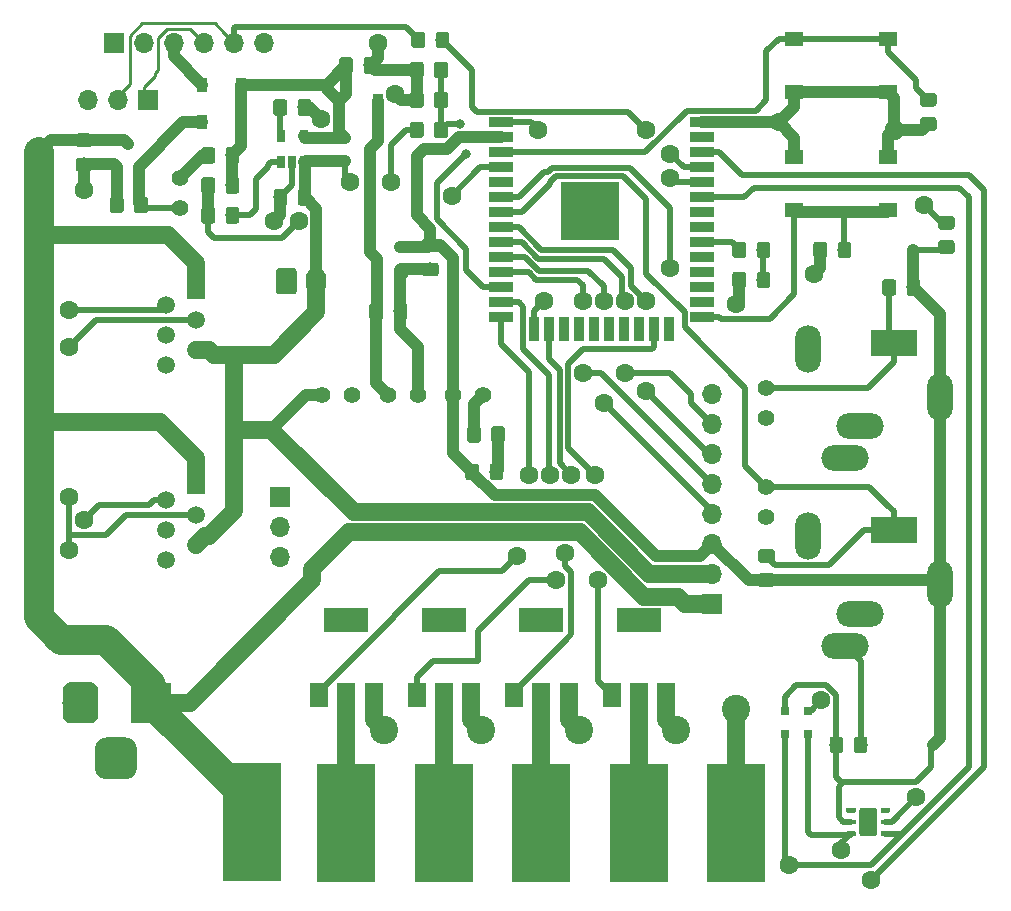
<source format=gbr>
G04 #@! TF.GenerationSoftware,KiCad,Pcbnew,(5.1.0-0)*
G04 #@! TF.CreationDate,2019-10-22T21:45:05+02:00*
G04 #@! TF.ProjectId,esp32,65737033-322e-46b6-9963-61645f706362,rev?*
G04 #@! TF.SameCoordinates,Original*
G04 #@! TF.FileFunction,Copper,L1,Top*
G04 #@! TF.FilePolarity,Positive*
%FSLAX46Y46*%
G04 Gerber Fmt 4.6, Leading zero omitted, Abs format (unit mm)*
G04 Created by KiCad (PCBNEW (5.1.0-0)) date 2019-10-22 21:45:05*
%MOMM*%
%LPD*%
G04 APERTURE LIST*
%ADD10C,1.400000*%
%ADD11C,0.100000*%
%ADD12C,1.150000*%
%ADD13R,1.550000X1.300000*%
%ADD14O,1.700000X1.700000*%
%ADD15R,1.700000X1.700000*%
%ADD16R,5.000000X10.000000*%
%ADD17R,3.800000X2.000000*%
%ADD18R,1.500000X2.000000*%
%ADD19R,0.900000X1.200000*%
%ADD20O,1.740000X2.200000*%
%ADD21C,1.740000*%
%ADD22R,0.650000X1.060000*%
%ADD23R,0.900000X0.800000*%
%ADD24R,3.500000X3.500000*%
%ADD25C,3.000000*%
%ADD26C,3.500000*%
%ADD27C,1.500000*%
%ADD28C,0.400000*%
%ADD29C,1.520000*%
%ADD30R,1.520000X1.520000*%
%ADD31O,2.200000X4.000000*%
%ADD32O,4.000000X2.200000*%
%ADD33R,4.000000X2.200000*%
%ADD34R,0.800000X0.900000*%
%ADD35R,0.800000X0.800000*%
%ADD36R,5.000000X5.000000*%
%ADD37R,2.000000X0.900000*%
%ADD38R,0.900000X2.000000*%
%ADD39C,2.400000*%
%ADD40C,1.600000*%
%ADD41C,0.800000*%
%ADD42C,1.500000*%
%ADD43C,1.000000*%
%ADD44C,0.500000*%
%ADD45C,0.250000*%
%ADD46C,2.500000*%
G04 APERTURE END LIST*
D10*
X142770000Y-104996000D03*
X142770000Y-102456000D03*
D11*
G36*
X143244505Y-107724204D02*
G01*
X143268773Y-107727804D01*
X143292572Y-107733765D01*
X143315671Y-107742030D01*
X143337850Y-107752520D01*
X143358893Y-107765132D01*
X143378599Y-107779747D01*
X143396777Y-107796223D01*
X143413253Y-107814401D01*
X143427868Y-107834107D01*
X143440480Y-107855150D01*
X143450970Y-107877329D01*
X143459235Y-107900428D01*
X143465196Y-107924227D01*
X143468796Y-107948495D01*
X143470000Y-107972999D01*
X143470000Y-108623001D01*
X143468796Y-108647505D01*
X143465196Y-108671773D01*
X143459235Y-108695572D01*
X143450970Y-108718671D01*
X143440480Y-108740850D01*
X143427868Y-108761893D01*
X143413253Y-108781599D01*
X143396777Y-108799777D01*
X143378599Y-108816253D01*
X143358893Y-108830868D01*
X143337850Y-108843480D01*
X143315671Y-108853970D01*
X143292572Y-108862235D01*
X143268773Y-108868196D01*
X143244505Y-108871796D01*
X143220001Y-108873000D01*
X142319999Y-108873000D01*
X142295495Y-108871796D01*
X142271227Y-108868196D01*
X142247428Y-108862235D01*
X142224329Y-108853970D01*
X142202150Y-108843480D01*
X142181107Y-108830868D01*
X142161401Y-108816253D01*
X142143223Y-108799777D01*
X142126747Y-108781599D01*
X142112132Y-108761893D01*
X142099520Y-108740850D01*
X142089030Y-108718671D01*
X142080765Y-108695572D01*
X142074804Y-108671773D01*
X142071204Y-108647505D01*
X142070000Y-108623001D01*
X142070000Y-107972999D01*
X142071204Y-107948495D01*
X142074804Y-107924227D01*
X142080765Y-107900428D01*
X142089030Y-107877329D01*
X142099520Y-107855150D01*
X142112132Y-107834107D01*
X142126747Y-107814401D01*
X142143223Y-107796223D01*
X142161401Y-107779747D01*
X142181107Y-107765132D01*
X142202150Y-107752520D01*
X142224329Y-107742030D01*
X142247428Y-107733765D01*
X142271227Y-107727804D01*
X142295495Y-107724204D01*
X142319999Y-107723000D01*
X143220001Y-107723000D01*
X143244505Y-107724204D01*
X143244505Y-107724204D01*
G37*
D12*
X142770000Y-108298000D03*
D11*
G36*
X143244505Y-109774204D02*
G01*
X143268773Y-109777804D01*
X143292572Y-109783765D01*
X143315671Y-109792030D01*
X143337850Y-109802520D01*
X143358893Y-109815132D01*
X143378599Y-109829747D01*
X143396777Y-109846223D01*
X143413253Y-109864401D01*
X143427868Y-109884107D01*
X143440480Y-109905150D01*
X143450970Y-109927329D01*
X143459235Y-109950428D01*
X143465196Y-109974227D01*
X143468796Y-109998495D01*
X143470000Y-110022999D01*
X143470000Y-110673001D01*
X143468796Y-110697505D01*
X143465196Y-110721773D01*
X143459235Y-110745572D01*
X143450970Y-110768671D01*
X143440480Y-110790850D01*
X143427868Y-110811893D01*
X143413253Y-110831599D01*
X143396777Y-110849777D01*
X143378599Y-110866253D01*
X143358893Y-110880868D01*
X143337850Y-110893480D01*
X143315671Y-110903970D01*
X143292572Y-110912235D01*
X143268773Y-110918196D01*
X143244505Y-110921796D01*
X143220001Y-110923000D01*
X142319999Y-110923000D01*
X142295495Y-110921796D01*
X142271227Y-110918196D01*
X142247428Y-110912235D01*
X142224329Y-110903970D01*
X142202150Y-110893480D01*
X142181107Y-110880868D01*
X142161401Y-110866253D01*
X142143223Y-110849777D01*
X142126747Y-110831599D01*
X142112132Y-110811893D01*
X142099520Y-110790850D01*
X142089030Y-110768671D01*
X142080765Y-110745572D01*
X142074804Y-110721773D01*
X142071204Y-110697505D01*
X142070000Y-110673001D01*
X142070000Y-110022999D01*
X142071204Y-109998495D01*
X142074804Y-109974227D01*
X142080765Y-109950428D01*
X142089030Y-109927329D01*
X142099520Y-109905150D01*
X142112132Y-109884107D01*
X142126747Y-109864401D01*
X142143223Y-109846223D01*
X142161401Y-109829747D01*
X142181107Y-109815132D01*
X142202150Y-109802520D01*
X142224329Y-109792030D01*
X142247428Y-109783765D01*
X142271227Y-109777804D01*
X142295495Y-109774204D01*
X142319999Y-109773000D01*
X143220001Y-109773000D01*
X143244505Y-109774204D01*
X143244505Y-109774204D01*
G37*
D12*
X142770000Y-110348000D03*
D11*
G36*
X142874505Y-84231204D02*
G01*
X142898773Y-84234804D01*
X142922572Y-84240765D01*
X142945671Y-84249030D01*
X142967850Y-84259520D01*
X142988893Y-84272132D01*
X143008599Y-84286747D01*
X143026777Y-84303223D01*
X143043253Y-84321401D01*
X143057868Y-84341107D01*
X143070480Y-84362150D01*
X143080970Y-84384329D01*
X143089235Y-84407428D01*
X143095196Y-84431227D01*
X143098796Y-84455495D01*
X143100000Y-84479999D01*
X143100000Y-85380001D01*
X143098796Y-85404505D01*
X143095196Y-85428773D01*
X143089235Y-85452572D01*
X143080970Y-85475671D01*
X143070480Y-85497850D01*
X143057868Y-85518893D01*
X143043253Y-85538599D01*
X143026777Y-85556777D01*
X143008599Y-85573253D01*
X142988893Y-85587868D01*
X142967850Y-85600480D01*
X142945671Y-85610970D01*
X142922572Y-85619235D01*
X142898773Y-85625196D01*
X142874505Y-85628796D01*
X142850001Y-85630000D01*
X142199999Y-85630000D01*
X142175495Y-85628796D01*
X142151227Y-85625196D01*
X142127428Y-85619235D01*
X142104329Y-85610970D01*
X142082150Y-85600480D01*
X142061107Y-85587868D01*
X142041401Y-85573253D01*
X142023223Y-85556777D01*
X142006747Y-85538599D01*
X141992132Y-85518893D01*
X141979520Y-85497850D01*
X141969030Y-85475671D01*
X141960765Y-85452572D01*
X141954804Y-85428773D01*
X141951204Y-85404505D01*
X141950000Y-85380001D01*
X141950000Y-84479999D01*
X141951204Y-84455495D01*
X141954804Y-84431227D01*
X141960765Y-84407428D01*
X141969030Y-84384329D01*
X141979520Y-84362150D01*
X141992132Y-84341107D01*
X142006747Y-84321401D01*
X142023223Y-84303223D01*
X142041401Y-84286747D01*
X142061107Y-84272132D01*
X142082150Y-84259520D01*
X142104329Y-84249030D01*
X142127428Y-84240765D01*
X142151227Y-84234804D01*
X142175495Y-84231204D01*
X142199999Y-84230000D01*
X142850001Y-84230000D01*
X142874505Y-84231204D01*
X142874505Y-84231204D01*
G37*
D12*
X142525000Y-84930000D03*
D11*
G36*
X140824505Y-84231204D02*
G01*
X140848773Y-84234804D01*
X140872572Y-84240765D01*
X140895671Y-84249030D01*
X140917850Y-84259520D01*
X140938893Y-84272132D01*
X140958599Y-84286747D01*
X140976777Y-84303223D01*
X140993253Y-84321401D01*
X141007868Y-84341107D01*
X141020480Y-84362150D01*
X141030970Y-84384329D01*
X141039235Y-84407428D01*
X141045196Y-84431227D01*
X141048796Y-84455495D01*
X141050000Y-84479999D01*
X141050000Y-85380001D01*
X141048796Y-85404505D01*
X141045196Y-85428773D01*
X141039235Y-85452572D01*
X141030970Y-85475671D01*
X141020480Y-85497850D01*
X141007868Y-85518893D01*
X140993253Y-85538599D01*
X140976777Y-85556777D01*
X140958599Y-85573253D01*
X140938893Y-85587868D01*
X140917850Y-85600480D01*
X140895671Y-85610970D01*
X140872572Y-85619235D01*
X140848773Y-85625196D01*
X140824505Y-85628796D01*
X140800001Y-85630000D01*
X140149999Y-85630000D01*
X140125495Y-85628796D01*
X140101227Y-85625196D01*
X140077428Y-85619235D01*
X140054329Y-85610970D01*
X140032150Y-85600480D01*
X140011107Y-85587868D01*
X139991401Y-85573253D01*
X139973223Y-85556777D01*
X139956747Y-85538599D01*
X139942132Y-85518893D01*
X139929520Y-85497850D01*
X139919030Y-85475671D01*
X139910765Y-85452572D01*
X139904804Y-85428773D01*
X139901204Y-85404505D01*
X139900000Y-85380001D01*
X139900000Y-84479999D01*
X139901204Y-84455495D01*
X139904804Y-84431227D01*
X139910765Y-84407428D01*
X139919030Y-84384329D01*
X139929520Y-84362150D01*
X139942132Y-84341107D01*
X139956747Y-84321401D01*
X139973223Y-84303223D01*
X139991401Y-84286747D01*
X140011107Y-84272132D01*
X140032150Y-84259520D01*
X140054329Y-84249030D01*
X140077428Y-84240765D01*
X140101227Y-84234804D01*
X140125495Y-84231204D01*
X140149999Y-84230000D01*
X140800001Y-84230000D01*
X140824505Y-84231204D01*
X140824505Y-84231204D01*
G37*
D12*
X140475000Y-84930000D03*
D11*
G36*
X120404505Y-97312204D02*
G01*
X120428773Y-97315804D01*
X120452572Y-97321765D01*
X120475671Y-97330030D01*
X120497850Y-97340520D01*
X120518893Y-97353132D01*
X120538599Y-97367747D01*
X120556777Y-97384223D01*
X120573253Y-97402401D01*
X120587868Y-97422107D01*
X120600480Y-97443150D01*
X120610970Y-97465329D01*
X120619235Y-97488428D01*
X120625196Y-97512227D01*
X120628796Y-97536495D01*
X120630000Y-97560999D01*
X120630000Y-98461001D01*
X120628796Y-98485505D01*
X120625196Y-98509773D01*
X120619235Y-98533572D01*
X120610970Y-98556671D01*
X120600480Y-98578850D01*
X120587868Y-98599893D01*
X120573253Y-98619599D01*
X120556777Y-98637777D01*
X120538599Y-98654253D01*
X120518893Y-98668868D01*
X120497850Y-98681480D01*
X120475671Y-98691970D01*
X120452572Y-98700235D01*
X120428773Y-98706196D01*
X120404505Y-98709796D01*
X120380001Y-98711000D01*
X119729999Y-98711000D01*
X119705495Y-98709796D01*
X119681227Y-98706196D01*
X119657428Y-98700235D01*
X119634329Y-98691970D01*
X119612150Y-98681480D01*
X119591107Y-98668868D01*
X119571401Y-98654253D01*
X119553223Y-98637777D01*
X119536747Y-98619599D01*
X119522132Y-98599893D01*
X119509520Y-98578850D01*
X119499030Y-98556671D01*
X119490765Y-98533572D01*
X119484804Y-98509773D01*
X119481204Y-98485505D01*
X119480000Y-98461001D01*
X119480000Y-97560999D01*
X119481204Y-97536495D01*
X119484804Y-97512227D01*
X119490765Y-97488428D01*
X119499030Y-97465329D01*
X119509520Y-97443150D01*
X119522132Y-97422107D01*
X119536747Y-97402401D01*
X119553223Y-97384223D01*
X119571401Y-97367747D01*
X119591107Y-97353132D01*
X119612150Y-97340520D01*
X119634329Y-97330030D01*
X119657428Y-97321765D01*
X119681227Y-97315804D01*
X119705495Y-97312204D01*
X119729999Y-97311000D01*
X120380001Y-97311000D01*
X120404505Y-97312204D01*
X120404505Y-97312204D01*
G37*
D12*
X120055000Y-98011000D03*
D11*
G36*
X118354505Y-97312204D02*
G01*
X118378773Y-97315804D01*
X118402572Y-97321765D01*
X118425671Y-97330030D01*
X118447850Y-97340520D01*
X118468893Y-97353132D01*
X118488599Y-97367747D01*
X118506777Y-97384223D01*
X118523253Y-97402401D01*
X118537868Y-97422107D01*
X118550480Y-97443150D01*
X118560970Y-97465329D01*
X118569235Y-97488428D01*
X118575196Y-97512227D01*
X118578796Y-97536495D01*
X118580000Y-97560999D01*
X118580000Y-98461001D01*
X118578796Y-98485505D01*
X118575196Y-98509773D01*
X118569235Y-98533572D01*
X118560970Y-98556671D01*
X118550480Y-98578850D01*
X118537868Y-98599893D01*
X118523253Y-98619599D01*
X118506777Y-98637777D01*
X118488599Y-98654253D01*
X118468893Y-98668868D01*
X118447850Y-98681480D01*
X118425671Y-98691970D01*
X118402572Y-98700235D01*
X118378773Y-98706196D01*
X118354505Y-98709796D01*
X118330001Y-98711000D01*
X117679999Y-98711000D01*
X117655495Y-98709796D01*
X117631227Y-98706196D01*
X117607428Y-98700235D01*
X117584329Y-98691970D01*
X117562150Y-98681480D01*
X117541107Y-98668868D01*
X117521401Y-98654253D01*
X117503223Y-98637777D01*
X117486747Y-98619599D01*
X117472132Y-98599893D01*
X117459520Y-98578850D01*
X117449030Y-98556671D01*
X117440765Y-98533572D01*
X117434804Y-98509773D01*
X117431204Y-98485505D01*
X117430000Y-98461001D01*
X117430000Y-97560999D01*
X117431204Y-97536495D01*
X117434804Y-97512227D01*
X117440765Y-97488428D01*
X117449030Y-97465329D01*
X117459520Y-97443150D01*
X117472132Y-97422107D01*
X117486747Y-97402401D01*
X117503223Y-97384223D01*
X117521401Y-97367747D01*
X117541107Y-97353132D01*
X117562150Y-97340520D01*
X117584329Y-97330030D01*
X117607428Y-97321765D01*
X117631227Y-97315804D01*
X117655495Y-97312204D01*
X117679999Y-97311000D01*
X118330001Y-97311000D01*
X118354505Y-97312204D01*
X118354505Y-97312204D01*
G37*
D12*
X118005000Y-98011000D03*
D11*
G36*
X140824505Y-81691204D02*
G01*
X140848773Y-81694804D01*
X140872572Y-81700765D01*
X140895671Y-81709030D01*
X140917850Y-81719520D01*
X140938893Y-81732132D01*
X140958599Y-81746747D01*
X140976777Y-81763223D01*
X140993253Y-81781401D01*
X141007868Y-81801107D01*
X141020480Y-81822150D01*
X141030970Y-81844329D01*
X141039235Y-81867428D01*
X141045196Y-81891227D01*
X141048796Y-81915495D01*
X141050000Y-81939999D01*
X141050000Y-82840001D01*
X141048796Y-82864505D01*
X141045196Y-82888773D01*
X141039235Y-82912572D01*
X141030970Y-82935671D01*
X141020480Y-82957850D01*
X141007868Y-82978893D01*
X140993253Y-82998599D01*
X140976777Y-83016777D01*
X140958599Y-83033253D01*
X140938893Y-83047868D01*
X140917850Y-83060480D01*
X140895671Y-83070970D01*
X140872572Y-83079235D01*
X140848773Y-83085196D01*
X140824505Y-83088796D01*
X140800001Y-83090000D01*
X140149999Y-83090000D01*
X140125495Y-83088796D01*
X140101227Y-83085196D01*
X140077428Y-83079235D01*
X140054329Y-83070970D01*
X140032150Y-83060480D01*
X140011107Y-83047868D01*
X139991401Y-83033253D01*
X139973223Y-83016777D01*
X139956747Y-82998599D01*
X139942132Y-82978893D01*
X139929520Y-82957850D01*
X139919030Y-82935671D01*
X139910765Y-82912572D01*
X139904804Y-82888773D01*
X139901204Y-82864505D01*
X139900000Y-82840001D01*
X139900000Y-81939999D01*
X139901204Y-81915495D01*
X139904804Y-81891227D01*
X139910765Y-81867428D01*
X139919030Y-81844329D01*
X139929520Y-81822150D01*
X139942132Y-81801107D01*
X139956747Y-81781401D01*
X139973223Y-81763223D01*
X139991401Y-81746747D01*
X140011107Y-81732132D01*
X140032150Y-81719520D01*
X140054329Y-81709030D01*
X140077428Y-81700765D01*
X140101227Y-81694804D01*
X140125495Y-81691204D01*
X140149999Y-81690000D01*
X140800001Y-81690000D01*
X140824505Y-81691204D01*
X140824505Y-81691204D01*
G37*
D12*
X140475000Y-82390000D03*
D11*
G36*
X142874505Y-81691204D02*
G01*
X142898773Y-81694804D01*
X142922572Y-81700765D01*
X142945671Y-81709030D01*
X142967850Y-81719520D01*
X142988893Y-81732132D01*
X143008599Y-81746747D01*
X143026777Y-81763223D01*
X143043253Y-81781401D01*
X143057868Y-81801107D01*
X143070480Y-81822150D01*
X143080970Y-81844329D01*
X143089235Y-81867428D01*
X143095196Y-81891227D01*
X143098796Y-81915495D01*
X143100000Y-81939999D01*
X143100000Y-82840001D01*
X143098796Y-82864505D01*
X143095196Y-82888773D01*
X143089235Y-82912572D01*
X143080970Y-82935671D01*
X143070480Y-82957850D01*
X143057868Y-82978893D01*
X143043253Y-82998599D01*
X143026777Y-83016777D01*
X143008599Y-83033253D01*
X142988893Y-83047868D01*
X142967850Y-83060480D01*
X142945671Y-83070970D01*
X142922572Y-83079235D01*
X142898773Y-83085196D01*
X142874505Y-83088796D01*
X142850001Y-83090000D01*
X142199999Y-83090000D01*
X142175495Y-83088796D01*
X142151227Y-83085196D01*
X142127428Y-83079235D01*
X142104329Y-83070970D01*
X142082150Y-83060480D01*
X142061107Y-83047868D01*
X142041401Y-83033253D01*
X142023223Y-83016777D01*
X142006747Y-82998599D01*
X141992132Y-82978893D01*
X141979520Y-82957850D01*
X141969030Y-82935671D01*
X141960765Y-82912572D01*
X141954804Y-82888773D01*
X141951204Y-82864505D01*
X141950000Y-82840001D01*
X141950000Y-81939999D01*
X141951204Y-81915495D01*
X141954804Y-81891227D01*
X141960765Y-81867428D01*
X141969030Y-81844329D01*
X141979520Y-81822150D01*
X141992132Y-81801107D01*
X142006747Y-81781401D01*
X142023223Y-81763223D01*
X142041401Y-81746747D01*
X142061107Y-81732132D01*
X142082150Y-81719520D01*
X142104329Y-81709030D01*
X142127428Y-81700765D01*
X142151227Y-81694804D01*
X142175495Y-81691204D01*
X142199999Y-81690000D01*
X142850001Y-81690000D01*
X142874505Y-81691204D01*
X142874505Y-81691204D01*
G37*
D12*
X142525000Y-82390000D03*
D11*
G36*
X118209505Y-100487204D02*
G01*
X118233773Y-100490804D01*
X118257572Y-100496765D01*
X118280671Y-100505030D01*
X118302850Y-100515520D01*
X118323893Y-100528132D01*
X118343599Y-100542747D01*
X118361777Y-100559223D01*
X118378253Y-100577401D01*
X118392868Y-100597107D01*
X118405480Y-100618150D01*
X118415970Y-100640329D01*
X118424235Y-100663428D01*
X118430196Y-100687227D01*
X118433796Y-100711495D01*
X118435000Y-100735999D01*
X118435000Y-101636001D01*
X118433796Y-101660505D01*
X118430196Y-101684773D01*
X118424235Y-101708572D01*
X118415970Y-101731671D01*
X118405480Y-101753850D01*
X118392868Y-101774893D01*
X118378253Y-101794599D01*
X118361777Y-101812777D01*
X118343599Y-101829253D01*
X118323893Y-101843868D01*
X118302850Y-101856480D01*
X118280671Y-101866970D01*
X118257572Y-101875235D01*
X118233773Y-101881196D01*
X118209505Y-101884796D01*
X118185001Y-101886000D01*
X117534999Y-101886000D01*
X117510495Y-101884796D01*
X117486227Y-101881196D01*
X117462428Y-101875235D01*
X117439329Y-101866970D01*
X117417150Y-101856480D01*
X117396107Y-101843868D01*
X117376401Y-101829253D01*
X117358223Y-101812777D01*
X117341747Y-101794599D01*
X117327132Y-101774893D01*
X117314520Y-101753850D01*
X117304030Y-101731671D01*
X117295765Y-101708572D01*
X117289804Y-101684773D01*
X117286204Y-101660505D01*
X117285000Y-101636001D01*
X117285000Y-100735999D01*
X117286204Y-100711495D01*
X117289804Y-100687227D01*
X117295765Y-100663428D01*
X117304030Y-100640329D01*
X117314520Y-100618150D01*
X117327132Y-100597107D01*
X117341747Y-100577401D01*
X117358223Y-100559223D01*
X117376401Y-100542747D01*
X117396107Y-100528132D01*
X117417150Y-100515520D01*
X117439329Y-100505030D01*
X117462428Y-100496765D01*
X117486227Y-100490804D01*
X117510495Y-100487204D01*
X117534999Y-100486000D01*
X118185001Y-100486000D01*
X118209505Y-100487204D01*
X118209505Y-100487204D01*
G37*
D12*
X117860000Y-101186000D03*
D11*
G36*
X120259505Y-100487204D02*
G01*
X120283773Y-100490804D01*
X120307572Y-100496765D01*
X120330671Y-100505030D01*
X120352850Y-100515520D01*
X120373893Y-100528132D01*
X120393599Y-100542747D01*
X120411777Y-100559223D01*
X120428253Y-100577401D01*
X120442868Y-100597107D01*
X120455480Y-100618150D01*
X120465970Y-100640329D01*
X120474235Y-100663428D01*
X120480196Y-100687227D01*
X120483796Y-100711495D01*
X120485000Y-100735999D01*
X120485000Y-101636001D01*
X120483796Y-101660505D01*
X120480196Y-101684773D01*
X120474235Y-101708572D01*
X120465970Y-101731671D01*
X120455480Y-101753850D01*
X120442868Y-101774893D01*
X120428253Y-101794599D01*
X120411777Y-101812777D01*
X120393599Y-101829253D01*
X120373893Y-101843868D01*
X120352850Y-101856480D01*
X120330671Y-101866970D01*
X120307572Y-101875235D01*
X120283773Y-101881196D01*
X120259505Y-101884796D01*
X120235001Y-101886000D01*
X119584999Y-101886000D01*
X119560495Y-101884796D01*
X119536227Y-101881196D01*
X119512428Y-101875235D01*
X119489329Y-101866970D01*
X119467150Y-101856480D01*
X119446107Y-101843868D01*
X119426401Y-101829253D01*
X119408223Y-101812777D01*
X119391747Y-101794599D01*
X119377132Y-101774893D01*
X119364520Y-101753850D01*
X119354030Y-101731671D01*
X119345765Y-101708572D01*
X119339804Y-101684773D01*
X119336204Y-101660505D01*
X119335000Y-101636001D01*
X119335000Y-100735999D01*
X119336204Y-100711495D01*
X119339804Y-100687227D01*
X119345765Y-100663428D01*
X119354030Y-100640329D01*
X119364520Y-100618150D01*
X119377132Y-100597107D01*
X119391747Y-100577401D01*
X119408223Y-100559223D01*
X119426401Y-100542747D01*
X119446107Y-100528132D01*
X119467150Y-100515520D01*
X119489329Y-100505030D01*
X119512428Y-100496765D01*
X119536227Y-100490804D01*
X119560495Y-100487204D01*
X119584999Y-100486000D01*
X120235001Y-100486000D01*
X120259505Y-100487204D01*
X120259505Y-100487204D01*
G37*
D12*
X119910000Y-101186000D03*
D11*
G36*
X115696505Y-63911204D02*
G01*
X115720773Y-63914804D01*
X115744572Y-63920765D01*
X115767671Y-63929030D01*
X115789850Y-63939520D01*
X115810893Y-63952132D01*
X115830599Y-63966747D01*
X115848777Y-63983223D01*
X115865253Y-64001401D01*
X115879868Y-64021107D01*
X115892480Y-64042150D01*
X115902970Y-64064329D01*
X115911235Y-64087428D01*
X115917196Y-64111227D01*
X115920796Y-64135495D01*
X115922000Y-64159999D01*
X115922000Y-65060001D01*
X115920796Y-65084505D01*
X115917196Y-65108773D01*
X115911235Y-65132572D01*
X115902970Y-65155671D01*
X115892480Y-65177850D01*
X115879868Y-65198893D01*
X115865253Y-65218599D01*
X115848777Y-65236777D01*
X115830599Y-65253253D01*
X115810893Y-65267868D01*
X115789850Y-65280480D01*
X115767671Y-65290970D01*
X115744572Y-65299235D01*
X115720773Y-65305196D01*
X115696505Y-65308796D01*
X115672001Y-65310000D01*
X115021999Y-65310000D01*
X114997495Y-65308796D01*
X114973227Y-65305196D01*
X114949428Y-65299235D01*
X114926329Y-65290970D01*
X114904150Y-65280480D01*
X114883107Y-65267868D01*
X114863401Y-65253253D01*
X114845223Y-65236777D01*
X114828747Y-65218599D01*
X114814132Y-65198893D01*
X114801520Y-65177850D01*
X114791030Y-65155671D01*
X114782765Y-65132572D01*
X114776804Y-65108773D01*
X114773204Y-65084505D01*
X114772000Y-65060001D01*
X114772000Y-64159999D01*
X114773204Y-64135495D01*
X114776804Y-64111227D01*
X114782765Y-64087428D01*
X114791030Y-64064329D01*
X114801520Y-64042150D01*
X114814132Y-64021107D01*
X114828747Y-64001401D01*
X114845223Y-63983223D01*
X114863401Y-63966747D01*
X114883107Y-63952132D01*
X114904150Y-63939520D01*
X114926329Y-63929030D01*
X114949428Y-63920765D01*
X114973227Y-63914804D01*
X114997495Y-63911204D01*
X115021999Y-63910000D01*
X115672001Y-63910000D01*
X115696505Y-63911204D01*
X115696505Y-63911204D01*
G37*
D12*
X115347000Y-64610000D03*
D11*
G36*
X113646505Y-63911204D02*
G01*
X113670773Y-63914804D01*
X113694572Y-63920765D01*
X113717671Y-63929030D01*
X113739850Y-63939520D01*
X113760893Y-63952132D01*
X113780599Y-63966747D01*
X113798777Y-63983223D01*
X113815253Y-64001401D01*
X113829868Y-64021107D01*
X113842480Y-64042150D01*
X113852970Y-64064329D01*
X113861235Y-64087428D01*
X113867196Y-64111227D01*
X113870796Y-64135495D01*
X113872000Y-64159999D01*
X113872000Y-65060001D01*
X113870796Y-65084505D01*
X113867196Y-65108773D01*
X113861235Y-65132572D01*
X113852970Y-65155671D01*
X113842480Y-65177850D01*
X113829868Y-65198893D01*
X113815253Y-65218599D01*
X113798777Y-65236777D01*
X113780599Y-65253253D01*
X113760893Y-65267868D01*
X113739850Y-65280480D01*
X113717671Y-65290970D01*
X113694572Y-65299235D01*
X113670773Y-65305196D01*
X113646505Y-65308796D01*
X113622001Y-65310000D01*
X112971999Y-65310000D01*
X112947495Y-65308796D01*
X112923227Y-65305196D01*
X112899428Y-65299235D01*
X112876329Y-65290970D01*
X112854150Y-65280480D01*
X112833107Y-65267868D01*
X112813401Y-65253253D01*
X112795223Y-65236777D01*
X112778747Y-65218599D01*
X112764132Y-65198893D01*
X112751520Y-65177850D01*
X112741030Y-65155671D01*
X112732765Y-65132572D01*
X112726804Y-65108773D01*
X112723204Y-65084505D01*
X112722000Y-65060001D01*
X112722000Y-64159999D01*
X112723204Y-64135495D01*
X112726804Y-64111227D01*
X112732765Y-64087428D01*
X112741030Y-64064329D01*
X112751520Y-64042150D01*
X112764132Y-64021107D01*
X112778747Y-64001401D01*
X112795223Y-63983223D01*
X112813401Y-63966747D01*
X112833107Y-63952132D01*
X112854150Y-63939520D01*
X112876329Y-63929030D01*
X112899428Y-63920765D01*
X112923227Y-63914804D01*
X112947495Y-63911204D01*
X112971999Y-63910000D01*
X113622001Y-63910000D01*
X113646505Y-63911204D01*
X113646505Y-63911204D01*
G37*
D12*
X113297000Y-64610000D03*
D11*
G36*
X149732505Y-81691204D02*
G01*
X149756773Y-81694804D01*
X149780572Y-81700765D01*
X149803671Y-81709030D01*
X149825850Y-81719520D01*
X149846893Y-81732132D01*
X149866599Y-81746747D01*
X149884777Y-81763223D01*
X149901253Y-81781401D01*
X149915868Y-81801107D01*
X149928480Y-81822150D01*
X149938970Y-81844329D01*
X149947235Y-81867428D01*
X149953196Y-81891227D01*
X149956796Y-81915495D01*
X149958000Y-81939999D01*
X149958000Y-82840001D01*
X149956796Y-82864505D01*
X149953196Y-82888773D01*
X149947235Y-82912572D01*
X149938970Y-82935671D01*
X149928480Y-82957850D01*
X149915868Y-82978893D01*
X149901253Y-82998599D01*
X149884777Y-83016777D01*
X149866599Y-83033253D01*
X149846893Y-83047868D01*
X149825850Y-83060480D01*
X149803671Y-83070970D01*
X149780572Y-83079235D01*
X149756773Y-83085196D01*
X149732505Y-83088796D01*
X149708001Y-83090000D01*
X149057999Y-83090000D01*
X149033495Y-83088796D01*
X149009227Y-83085196D01*
X148985428Y-83079235D01*
X148962329Y-83070970D01*
X148940150Y-83060480D01*
X148919107Y-83047868D01*
X148899401Y-83033253D01*
X148881223Y-83016777D01*
X148864747Y-82998599D01*
X148850132Y-82978893D01*
X148837520Y-82957850D01*
X148827030Y-82935671D01*
X148818765Y-82912572D01*
X148812804Y-82888773D01*
X148809204Y-82864505D01*
X148808000Y-82840001D01*
X148808000Y-81939999D01*
X148809204Y-81915495D01*
X148812804Y-81891227D01*
X148818765Y-81867428D01*
X148827030Y-81844329D01*
X148837520Y-81822150D01*
X148850132Y-81801107D01*
X148864747Y-81781401D01*
X148881223Y-81763223D01*
X148899401Y-81746747D01*
X148919107Y-81732132D01*
X148940150Y-81719520D01*
X148962329Y-81709030D01*
X148985428Y-81700765D01*
X149009227Y-81694804D01*
X149033495Y-81691204D01*
X149057999Y-81690000D01*
X149708001Y-81690000D01*
X149732505Y-81691204D01*
X149732505Y-81691204D01*
G37*
D12*
X149383000Y-82390000D03*
D11*
G36*
X147682505Y-81691204D02*
G01*
X147706773Y-81694804D01*
X147730572Y-81700765D01*
X147753671Y-81709030D01*
X147775850Y-81719520D01*
X147796893Y-81732132D01*
X147816599Y-81746747D01*
X147834777Y-81763223D01*
X147851253Y-81781401D01*
X147865868Y-81801107D01*
X147878480Y-81822150D01*
X147888970Y-81844329D01*
X147897235Y-81867428D01*
X147903196Y-81891227D01*
X147906796Y-81915495D01*
X147908000Y-81939999D01*
X147908000Y-82840001D01*
X147906796Y-82864505D01*
X147903196Y-82888773D01*
X147897235Y-82912572D01*
X147888970Y-82935671D01*
X147878480Y-82957850D01*
X147865868Y-82978893D01*
X147851253Y-82998599D01*
X147834777Y-83016777D01*
X147816599Y-83033253D01*
X147796893Y-83047868D01*
X147775850Y-83060480D01*
X147753671Y-83070970D01*
X147730572Y-83079235D01*
X147706773Y-83085196D01*
X147682505Y-83088796D01*
X147658001Y-83090000D01*
X147007999Y-83090000D01*
X146983495Y-83088796D01*
X146959227Y-83085196D01*
X146935428Y-83079235D01*
X146912329Y-83070970D01*
X146890150Y-83060480D01*
X146869107Y-83047868D01*
X146849401Y-83033253D01*
X146831223Y-83016777D01*
X146814747Y-82998599D01*
X146800132Y-82978893D01*
X146787520Y-82957850D01*
X146777030Y-82935671D01*
X146768765Y-82912572D01*
X146762804Y-82888773D01*
X146759204Y-82864505D01*
X146758000Y-82840001D01*
X146758000Y-81939999D01*
X146759204Y-81915495D01*
X146762804Y-81891227D01*
X146768765Y-81867428D01*
X146777030Y-81844329D01*
X146787520Y-81822150D01*
X146800132Y-81801107D01*
X146814747Y-81781401D01*
X146831223Y-81763223D01*
X146849401Y-81746747D01*
X146869107Y-81732132D01*
X146890150Y-81719520D01*
X146912329Y-81709030D01*
X146935428Y-81700765D01*
X146959227Y-81694804D01*
X146983495Y-81691204D01*
X147007999Y-81690000D01*
X147658001Y-81690000D01*
X147682505Y-81691204D01*
X147682505Y-81691204D01*
G37*
D12*
X147333000Y-82390000D03*
D11*
G36*
X156960505Y-71157204D02*
G01*
X156984773Y-71160804D01*
X157008572Y-71166765D01*
X157031671Y-71175030D01*
X157053850Y-71185520D01*
X157074893Y-71198132D01*
X157094599Y-71212747D01*
X157112777Y-71229223D01*
X157129253Y-71247401D01*
X157143868Y-71267107D01*
X157156480Y-71288150D01*
X157166970Y-71310329D01*
X157175235Y-71333428D01*
X157181196Y-71357227D01*
X157184796Y-71381495D01*
X157186000Y-71405999D01*
X157186000Y-72056001D01*
X157184796Y-72080505D01*
X157181196Y-72104773D01*
X157175235Y-72128572D01*
X157166970Y-72151671D01*
X157156480Y-72173850D01*
X157143868Y-72194893D01*
X157129253Y-72214599D01*
X157112777Y-72232777D01*
X157094599Y-72249253D01*
X157074893Y-72263868D01*
X157053850Y-72276480D01*
X157031671Y-72286970D01*
X157008572Y-72295235D01*
X156984773Y-72301196D01*
X156960505Y-72304796D01*
X156936001Y-72306000D01*
X156035999Y-72306000D01*
X156011495Y-72304796D01*
X155987227Y-72301196D01*
X155963428Y-72295235D01*
X155940329Y-72286970D01*
X155918150Y-72276480D01*
X155897107Y-72263868D01*
X155877401Y-72249253D01*
X155859223Y-72232777D01*
X155842747Y-72214599D01*
X155828132Y-72194893D01*
X155815520Y-72173850D01*
X155805030Y-72151671D01*
X155796765Y-72128572D01*
X155790804Y-72104773D01*
X155787204Y-72080505D01*
X155786000Y-72056001D01*
X155786000Y-71405999D01*
X155787204Y-71381495D01*
X155790804Y-71357227D01*
X155796765Y-71333428D01*
X155805030Y-71310329D01*
X155815520Y-71288150D01*
X155828132Y-71267107D01*
X155842747Y-71247401D01*
X155859223Y-71229223D01*
X155877401Y-71212747D01*
X155897107Y-71198132D01*
X155918150Y-71185520D01*
X155940329Y-71175030D01*
X155963428Y-71166765D01*
X155987227Y-71160804D01*
X156011495Y-71157204D01*
X156035999Y-71156000D01*
X156936001Y-71156000D01*
X156960505Y-71157204D01*
X156960505Y-71157204D01*
G37*
D12*
X156486000Y-71731000D03*
D11*
G36*
X156960505Y-69107204D02*
G01*
X156984773Y-69110804D01*
X157008572Y-69116765D01*
X157031671Y-69125030D01*
X157053850Y-69135520D01*
X157074893Y-69148132D01*
X157094599Y-69162747D01*
X157112777Y-69179223D01*
X157129253Y-69197401D01*
X157143868Y-69217107D01*
X157156480Y-69238150D01*
X157166970Y-69260329D01*
X157175235Y-69283428D01*
X157181196Y-69307227D01*
X157184796Y-69331495D01*
X157186000Y-69355999D01*
X157186000Y-70006001D01*
X157184796Y-70030505D01*
X157181196Y-70054773D01*
X157175235Y-70078572D01*
X157166970Y-70101671D01*
X157156480Y-70123850D01*
X157143868Y-70144893D01*
X157129253Y-70164599D01*
X157112777Y-70182777D01*
X157094599Y-70199253D01*
X157074893Y-70213868D01*
X157053850Y-70226480D01*
X157031671Y-70236970D01*
X157008572Y-70245235D01*
X156984773Y-70251196D01*
X156960505Y-70254796D01*
X156936001Y-70256000D01*
X156035999Y-70256000D01*
X156011495Y-70254796D01*
X155987227Y-70251196D01*
X155963428Y-70245235D01*
X155940329Y-70236970D01*
X155918150Y-70226480D01*
X155897107Y-70213868D01*
X155877401Y-70199253D01*
X155859223Y-70182777D01*
X155842747Y-70164599D01*
X155828132Y-70144893D01*
X155815520Y-70123850D01*
X155805030Y-70101671D01*
X155796765Y-70078572D01*
X155790804Y-70054773D01*
X155787204Y-70030505D01*
X155786000Y-70006001D01*
X155786000Y-69355999D01*
X155787204Y-69331495D01*
X155790804Y-69307227D01*
X155796765Y-69283428D01*
X155805030Y-69260329D01*
X155815520Y-69238150D01*
X155828132Y-69217107D01*
X155842747Y-69197401D01*
X155859223Y-69179223D01*
X155877401Y-69162747D01*
X155897107Y-69148132D01*
X155918150Y-69135520D01*
X155940329Y-69125030D01*
X155963428Y-69116765D01*
X155987227Y-69110804D01*
X156011495Y-69107204D01*
X156035999Y-69106000D01*
X156936001Y-69106000D01*
X156960505Y-69107204D01*
X156960505Y-69107204D01*
G37*
D12*
X156486000Y-69681000D03*
D13*
X145140000Y-64500000D03*
X145140000Y-69000000D03*
X153100000Y-69000000D03*
X153100000Y-64500000D03*
X153100000Y-74552000D03*
X153100000Y-79052000D03*
X145140000Y-79052000D03*
X145140000Y-74552000D03*
D11*
G36*
X151099506Y-123601204D02*
G01*
X151123774Y-123604804D01*
X151147573Y-123610765D01*
X151170672Y-123619030D01*
X151192851Y-123629520D01*
X151213894Y-123642132D01*
X151233600Y-123656747D01*
X151251778Y-123673223D01*
X151268254Y-123691401D01*
X151282869Y-123711107D01*
X151295481Y-123732150D01*
X151305971Y-123754329D01*
X151314236Y-123777428D01*
X151320197Y-123801227D01*
X151323797Y-123825495D01*
X151325001Y-123849999D01*
X151325001Y-124750001D01*
X151323797Y-124774505D01*
X151320197Y-124798773D01*
X151314236Y-124822572D01*
X151305971Y-124845671D01*
X151295481Y-124867850D01*
X151282869Y-124888893D01*
X151268254Y-124908599D01*
X151251778Y-124926777D01*
X151233600Y-124943253D01*
X151213894Y-124957868D01*
X151192851Y-124970480D01*
X151170672Y-124980970D01*
X151147573Y-124989235D01*
X151123774Y-124995196D01*
X151099506Y-124998796D01*
X151075002Y-125000000D01*
X150425000Y-125000000D01*
X150400496Y-124998796D01*
X150376228Y-124995196D01*
X150352429Y-124989235D01*
X150329330Y-124980970D01*
X150307151Y-124970480D01*
X150286108Y-124957868D01*
X150266402Y-124943253D01*
X150248224Y-124926777D01*
X150231748Y-124908599D01*
X150217133Y-124888893D01*
X150204521Y-124867850D01*
X150194031Y-124845671D01*
X150185766Y-124822572D01*
X150179805Y-124798773D01*
X150176205Y-124774505D01*
X150175001Y-124750001D01*
X150175001Y-123849999D01*
X150176205Y-123825495D01*
X150179805Y-123801227D01*
X150185766Y-123777428D01*
X150194031Y-123754329D01*
X150204521Y-123732150D01*
X150217133Y-123711107D01*
X150231748Y-123691401D01*
X150248224Y-123673223D01*
X150266402Y-123656747D01*
X150286108Y-123642132D01*
X150307151Y-123629520D01*
X150329330Y-123619030D01*
X150352429Y-123610765D01*
X150376228Y-123604804D01*
X150400496Y-123601204D01*
X150425000Y-123600000D01*
X151075002Y-123600000D01*
X151099506Y-123601204D01*
X151099506Y-123601204D01*
G37*
D12*
X150750001Y-124300000D03*
D11*
G36*
X149049506Y-123601204D02*
G01*
X149073774Y-123604804D01*
X149097573Y-123610765D01*
X149120672Y-123619030D01*
X149142851Y-123629520D01*
X149163894Y-123642132D01*
X149183600Y-123656747D01*
X149201778Y-123673223D01*
X149218254Y-123691401D01*
X149232869Y-123711107D01*
X149245481Y-123732150D01*
X149255971Y-123754329D01*
X149264236Y-123777428D01*
X149270197Y-123801227D01*
X149273797Y-123825495D01*
X149275001Y-123849999D01*
X149275001Y-124750001D01*
X149273797Y-124774505D01*
X149270197Y-124798773D01*
X149264236Y-124822572D01*
X149255971Y-124845671D01*
X149245481Y-124867850D01*
X149232869Y-124888893D01*
X149218254Y-124908599D01*
X149201778Y-124926777D01*
X149183600Y-124943253D01*
X149163894Y-124957868D01*
X149142851Y-124970480D01*
X149120672Y-124980970D01*
X149097573Y-124989235D01*
X149073774Y-124995196D01*
X149049506Y-124998796D01*
X149025002Y-125000000D01*
X148375000Y-125000000D01*
X148350496Y-124998796D01*
X148326228Y-124995196D01*
X148302429Y-124989235D01*
X148279330Y-124980970D01*
X148257151Y-124970480D01*
X148236108Y-124957868D01*
X148216402Y-124943253D01*
X148198224Y-124926777D01*
X148181748Y-124908599D01*
X148167133Y-124888893D01*
X148154521Y-124867850D01*
X148144031Y-124845671D01*
X148135766Y-124822572D01*
X148129805Y-124798773D01*
X148126205Y-124774505D01*
X148125001Y-124750001D01*
X148125001Y-123849999D01*
X148126205Y-123825495D01*
X148129805Y-123801227D01*
X148135766Y-123777428D01*
X148144031Y-123754329D01*
X148154521Y-123732150D01*
X148167133Y-123711107D01*
X148181748Y-123691401D01*
X148198224Y-123673223D01*
X148216402Y-123656747D01*
X148236108Y-123642132D01*
X148257151Y-123629520D01*
X148279330Y-123619030D01*
X148302429Y-123610765D01*
X148326228Y-123604804D01*
X148350496Y-123601204D01*
X148375000Y-123600000D01*
X149025002Y-123600000D01*
X149049506Y-123601204D01*
X149049506Y-123601204D01*
G37*
D12*
X148700001Y-124300000D03*
D11*
G36*
X158484505Y-79521204D02*
G01*
X158508773Y-79524804D01*
X158532572Y-79530765D01*
X158555671Y-79539030D01*
X158577850Y-79549520D01*
X158598893Y-79562132D01*
X158618599Y-79576747D01*
X158636777Y-79593223D01*
X158653253Y-79611401D01*
X158667868Y-79631107D01*
X158680480Y-79652150D01*
X158690970Y-79674329D01*
X158699235Y-79697428D01*
X158705196Y-79721227D01*
X158708796Y-79745495D01*
X158710000Y-79769999D01*
X158710000Y-80420001D01*
X158708796Y-80444505D01*
X158705196Y-80468773D01*
X158699235Y-80492572D01*
X158690970Y-80515671D01*
X158680480Y-80537850D01*
X158667868Y-80558893D01*
X158653253Y-80578599D01*
X158636777Y-80596777D01*
X158618599Y-80613253D01*
X158598893Y-80627868D01*
X158577850Y-80640480D01*
X158555671Y-80650970D01*
X158532572Y-80659235D01*
X158508773Y-80665196D01*
X158484505Y-80668796D01*
X158460001Y-80670000D01*
X157559999Y-80670000D01*
X157535495Y-80668796D01*
X157511227Y-80665196D01*
X157487428Y-80659235D01*
X157464329Y-80650970D01*
X157442150Y-80640480D01*
X157421107Y-80627868D01*
X157401401Y-80613253D01*
X157383223Y-80596777D01*
X157366747Y-80578599D01*
X157352132Y-80558893D01*
X157339520Y-80537850D01*
X157329030Y-80515671D01*
X157320765Y-80492572D01*
X157314804Y-80468773D01*
X157311204Y-80444505D01*
X157310000Y-80420001D01*
X157310000Y-79769999D01*
X157311204Y-79745495D01*
X157314804Y-79721227D01*
X157320765Y-79697428D01*
X157329030Y-79674329D01*
X157339520Y-79652150D01*
X157352132Y-79631107D01*
X157366747Y-79611401D01*
X157383223Y-79593223D01*
X157401401Y-79576747D01*
X157421107Y-79562132D01*
X157442150Y-79549520D01*
X157464329Y-79539030D01*
X157487428Y-79530765D01*
X157511227Y-79524804D01*
X157535495Y-79521204D01*
X157559999Y-79520000D01*
X158460001Y-79520000D01*
X158484505Y-79521204D01*
X158484505Y-79521204D01*
G37*
D12*
X158010000Y-80095000D03*
D11*
G36*
X158484505Y-81571204D02*
G01*
X158508773Y-81574804D01*
X158532572Y-81580765D01*
X158555671Y-81589030D01*
X158577850Y-81599520D01*
X158598893Y-81612132D01*
X158618599Y-81626747D01*
X158636777Y-81643223D01*
X158653253Y-81661401D01*
X158667868Y-81681107D01*
X158680480Y-81702150D01*
X158690970Y-81724329D01*
X158699235Y-81747428D01*
X158705196Y-81771227D01*
X158708796Y-81795495D01*
X158710000Y-81819999D01*
X158710000Y-82470001D01*
X158708796Y-82494505D01*
X158705196Y-82518773D01*
X158699235Y-82542572D01*
X158690970Y-82565671D01*
X158680480Y-82587850D01*
X158667868Y-82608893D01*
X158653253Y-82628599D01*
X158636777Y-82646777D01*
X158618599Y-82663253D01*
X158598893Y-82677868D01*
X158577850Y-82690480D01*
X158555671Y-82700970D01*
X158532572Y-82709235D01*
X158508773Y-82715196D01*
X158484505Y-82718796D01*
X158460001Y-82720000D01*
X157559999Y-82720000D01*
X157535495Y-82718796D01*
X157511227Y-82715196D01*
X157487428Y-82709235D01*
X157464329Y-82700970D01*
X157442150Y-82690480D01*
X157421107Y-82677868D01*
X157401401Y-82663253D01*
X157383223Y-82646777D01*
X157366747Y-82628599D01*
X157352132Y-82608893D01*
X157339520Y-82587850D01*
X157329030Y-82565671D01*
X157320765Y-82542572D01*
X157314804Y-82518773D01*
X157311204Y-82494505D01*
X157310000Y-82470001D01*
X157310000Y-81819999D01*
X157311204Y-81795495D01*
X157314804Y-81771227D01*
X157320765Y-81747428D01*
X157329030Y-81724329D01*
X157339520Y-81702150D01*
X157352132Y-81681107D01*
X157366747Y-81661401D01*
X157383223Y-81643223D01*
X157401401Y-81626747D01*
X157421107Y-81612132D01*
X157442150Y-81599520D01*
X157464329Y-81589030D01*
X157487428Y-81580765D01*
X157511227Y-81574804D01*
X157535495Y-81571204D01*
X157559999Y-81570000D01*
X158460001Y-81570000D01*
X158484505Y-81571204D01*
X158484505Y-81571204D01*
G37*
D12*
X158010000Y-82145000D03*
D14*
X85366000Y-69690000D03*
X87906000Y-69690000D03*
D15*
X90446000Y-69690000D03*
D14*
X101600000Y-108380000D03*
X101600000Y-105840000D03*
D15*
X101600000Y-103300000D03*
D16*
X99190001Y-130845001D03*
D10*
X113306000Y-94709000D03*
X110766000Y-94709000D03*
X118767000Y-94709000D03*
X116227000Y-94709000D03*
D14*
X138198000Y-94582000D03*
X138198000Y-97122000D03*
X138198000Y-99662000D03*
X138198000Y-102202000D03*
X138198000Y-104742000D03*
X138198000Y-107282000D03*
X138198000Y-109822000D03*
D15*
X138198000Y-112362000D03*
D10*
X142770000Y-96614000D03*
X142770000Y-94074000D03*
X107718000Y-94709000D03*
X105178000Y-94709000D03*
D11*
G36*
X109591505Y-66070204D02*
G01*
X109615773Y-66073804D01*
X109639572Y-66079765D01*
X109662671Y-66088030D01*
X109684850Y-66098520D01*
X109705893Y-66111132D01*
X109725599Y-66125747D01*
X109743777Y-66142223D01*
X109760253Y-66160401D01*
X109774868Y-66180107D01*
X109787480Y-66201150D01*
X109797970Y-66223329D01*
X109806235Y-66246428D01*
X109812196Y-66270227D01*
X109815796Y-66294495D01*
X109817000Y-66318999D01*
X109817000Y-67219001D01*
X109815796Y-67243505D01*
X109812196Y-67267773D01*
X109806235Y-67291572D01*
X109797970Y-67314671D01*
X109787480Y-67336850D01*
X109774868Y-67357893D01*
X109760253Y-67377599D01*
X109743777Y-67395777D01*
X109725599Y-67412253D01*
X109705893Y-67426868D01*
X109684850Y-67439480D01*
X109662671Y-67449970D01*
X109639572Y-67458235D01*
X109615773Y-67464196D01*
X109591505Y-67467796D01*
X109567001Y-67469000D01*
X108916999Y-67469000D01*
X108892495Y-67467796D01*
X108868227Y-67464196D01*
X108844428Y-67458235D01*
X108821329Y-67449970D01*
X108799150Y-67439480D01*
X108778107Y-67426868D01*
X108758401Y-67412253D01*
X108740223Y-67395777D01*
X108723747Y-67377599D01*
X108709132Y-67357893D01*
X108696520Y-67336850D01*
X108686030Y-67314671D01*
X108677765Y-67291572D01*
X108671804Y-67267773D01*
X108668204Y-67243505D01*
X108667000Y-67219001D01*
X108667000Y-66318999D01*
X108668204Y-66294495D01*
X108671804Y-66270227D01*
X108677765Y-66246428D01*
X108686030Y-66223329D01*
X108696520Y-66201150D01*
X108709132Y-66180107D01*
X108723747Y-66160401D01*
X108740223Y-66142223D01*
X108758401Y-66125747D01*
X108778107Y-66111132D01*
X108799150Y-66098520D01*
X108821329Y-66088030D01*
X108844428Y-66079765D01*
X108868227Y-66073804D01*
X108892495Y-66070204D01*
X108916999Y-66069000D01*
X109567001Y-66069000D01*
X109591505Y-66070204D01*
X109591505Y-66070204D01*
G37*
D12*
X109242000Y-66769000D03*
D11*
G36*
X107541505Y-66070204D02*
G01*
X107565773Y-66073804D01*
X107589572Y-66079765D01*
X107612671Y-66088030D01*
X107634850Y-66098520D01*
X107655893Y-66111132D01*
X107675599Y-66125747D01*
X107693777Y-66142223D01*
X107710253Y-66160401D01*
X107724868Y-66180107D01*
X107737480Y-66201150D01*
X107747970Y-66223329D01*
X107756235Y-66246428D01*
X107762196Y-66270227D01*
X107765796Y-66294495D01*
X107767000Y-66318999D01*
X107767000Y-67219001D01*
X107765796Y-67243505D01*
X107762196Y-67267773D01*
X107756235Y-67291572D01*
X107747970Y-67314671D01*
X107737480Y-67336850D01*
X107724868Y-67357893D01*
X107710253Y-67377599D01*
X107693777Y-67395777D01*
X107675599Y-67412253D01*
X107655893Y-67426868D01*
X107634850Y-67439480D01*
X107612671Y-67449970D01*
X107589572Y-67458235D01*
X107565773Y-67464196D01*
X107541505Y-67467796D01*
X107517001Y-67469000D01*
X106866999Y-67469000D01*
X106842495Y-67467796D01*
X106818227Y-67464196D01*
X106794428Y-67458235D01*
X106771329Y-67449970D01*
X106749150Y-67439480D01*
X106728107Y-67426868D01*
X106708401Y-67412253D01*
X106690223Y-67395777D01*
X106673747Y-67377599D01*
X106659132Y-67357893D01*
X106646520Y-67336850D01*
X106636030Y-67314671D01*
X106627765Y-67291572D01*
X106621804Y-67267773D01*
X106618204Y-67243505D01*
X106617000Y-67219001D01*
X106617000Y-66318999D01*
X106618204Y-66294495D01*
X106621804Y-66270227D01*
X106627765Y-66246428D01*
X106636030Y-66223329D01*
X106646520Y-66201150D01*
X106659132Y-66180107D01*
X106673747Y-66160401D01*
X106690223Y-66142223D01*
X106708401Y-66125747D01*
X106728107Y-66111132D01*
X106749150Y-66098520D01*
X106771329Y-66088030D01*
X106794428Y-66079765D01*
X106818227Y-66073804D01*
X106842495Y-66070204D01*
X106866999Y-66069000D01*
X107517001Y-66069000D01*
X107541505Y-66070204D01*
X107541505Y-66070204D01*
G37*
D12*
X107192000Y-66769000D03*
D16*
X140230000Y-130885000D03*
X115465000Y-130885000D03*
X123720000Y-130885000D03*
X131975000Y-130885000D03*
X107210000Y-130885000D03*
D17*
X115465000Y-113765000D03*
D18*
X115465000Y-120065000D03*
X117765000Y-120065000D03*
X113165000Y-120065000D03*
D17*
X123720000Y-113765000D03*
D18*
X123720000Y-120065000D03*
X126020000Y-120065000D03*
X121420000Y-120065000D03*
D17*
X131975000Y-113765000D03*
D18*
X131975000Y-120065000D03*
X134275000Y-120065000D03*
X129675000Y-120065000D03*
D17*
X107210000Y-113765000D03*
D18*
X107210000Y-120065000D03*
X109510000Y-120065000D03*
X104910000Y-120065000D03*
D11*
G36*
X101971505Y-77246204D02*
G01*
X101995773Y-77249804D01*
X102019572Y-77255765D01*
X102042671Y-77264030D01*
X102064850Y-77274520D01*
X102085893Y-77287132D01*
X102105599Y-77301747D01*
X102123777Y-77318223D01*
X102140253Y-77336401D01*
X102154868Y-77356107D01*
X102167480Y-77377150D01*
X102177970Y-77399329D01*
X102186235Y-77422428D01*
X102192196Y-77446227D01*
X102195796Y-77470495D01*
X102197000Y-77494999D01*
X102197000Y-78395001D01*
X102195796Y-78419505D01*
X102192196Y-78443773D01*
X102186235Y-78467572D01*
X102177970Y-78490671D01*
X102167480Y-78512850D01*
X102154868Y-78533893D01*
X102140253Y-78553599D01*
X102123777Y-78571777D01*
X102105599Y-78588253D01*
X102085893Y-78602868D01*
X102064850Y-78615480D01*
X102042671Y-78625970D01*
X102019572Y-78634235D01*
X101995773Y-78640196D01*
X101971505Y-78643796D01*
X101947001Y-78645000D01*
X101296999Y-78645000D01*
X101272495Y-78643796D01*
X101248227Y-78640196D01*
X101224428Y-78634235D01*
X101201329Y-78625970D01*
X101179150Y-78615480D01*
X101158107Y-78602868D01*
X101138401Y-78588253D01*
X101120223Y-78571777D01*
X101103747Y-78553599D01*
X101089132Y-78533893D01*
X101076520Y-78512850D01*
X101066030Y-78490671D01*
X101057765Y-78467572D01*
X101051804Y-78443773D01*
X101048204Y-78419505D01*
X101047000Y-78395001D01*
X101047000Y-77494999D01*
X101048204Y-77470495D01*
X101051804Y-77446227D01*
X101057765Y-77422428D01*
X101066030Y-77399329D01*
X101076520Y-77377150D01*
X101089132Y-77356107D01*
X101103747Y-77336401D01*
X101120223Y-77318223D01*
X101138401Y-77301747D01*
X101158107Y-77287132D01*
X101179150Y-77274520D01*
X101201329Y-77264030D01*
X101224428Y-77255765D01*
X101248227Y-77249804D01*
X101272495Y-77246204D01*
X101296999Y-77245000D01*
X101947001Y-77245000D01*
X101971505Y-77246204D01*
X101971505Y-77246204D01*
G37*
D12*
X101622000Y-77945000D03*
D11*
G36*
X104021505Y-77246204D02*
G01*
X104045773Y-77249804D01*
X104069572Y-77255765D01*
X104092671Y-77264030D01*
X104114850Y-77274520D01*
X104135893Y-77287132D01*
X104155599Y-77301747D01*
X104173777Y-77318223D01*
X104190253Y-77336401D01*
X104204868Y-77356107D01*
X104217480Y-77377150D01*
X104227970Y-77399329D01*
X104236235Y-77422428D01*
X104242196Y-77446227D01*
X104245796Y-77470495D01*
X104247000Y-77494999D01*
X104247000Y-78395001D01*
X104245796Y-78419505D01*
X104242196Y-78443773D01*
X104236235Y-78467572D01*
X104227970Y-78490671D01*
X104217480Y-78512850D01*
X104204868Y-78533893D01*
X104190253Y-78553599D01*
X104173777Y-78571777D01*
X104155599Y-78588253D01*
X104135893Y-78602868D01*
X104114850Y-78615480D01*
X104092671Y-78625970D01*
X104069572Y-78634235D01*
X104045773Y-78640196D01*
X104021505Y-78643796D01*
X103997001Y-78645000D01*
X103346999Y-78645000D01*
X103322495Y-78643796D01*
X103298227Y-78640196D01*
X103274428Y-78634235D01*
X103251329Y-78625970D01*
X103229150Y-78615480D01*
X103208107Y-78602868D01*
X103188401Y-78588253D01*
X103170223Y-78571777D01*
X103153747Y-78553599D01*
X103139132Y-78533893D01*
X103126520Y-78512850D01*
X103116030Y-78490671D01*
X103107765Y-78467572D01*
X103101804Y-78443773D01*
X103098204Y-78419505D01*
X103097000Y-78395001D01*
X103097000Y-77494999D01*
X103098204Y-77470495D01*
X103101804Y-77446227D01*
X103107765Y-77422428D01*
X103116030Y-77399329D01*
X103126520Y-77377150D01*
X103139132Y-77356107D01*
X103153747Y-77336401D01*
X103170223Y-77318223D01*
X103188401Y-77301747D01*
X103208107Y-77287132D01*
X103229150Y-77274520D01*
X103251329Y-77264030D01*
X103274428Y-77255765D01*
X103298227Y-77249804D01*
X103322495Y-77246204D01*
X103346999Y-77245000D01*
X103997001Y-77245000D01*
X104021505Y-77246204D01*
X104021505Y-77246204D01*
G37*
D12*
X103672000Y-77945000D03*
D11*
G36*
X113519505Y-68991204D02*
G01*
X113543773Y-68994804D01*
X113567572Y-69000765D01*
X113590671Y-69009030D01*
X113612850Y-69019520D01*
X113633893Y-69032132D01*
X113653599Y-69046747D01*
X113671777Y-69063223D01*
X113688253Y-69081401D01*
X113702868Y-69101107D01*
X113715480Y-69122150D01*
X113725970Y-69144329D01*
X113734235Y-69167428D01*
X113740196Y-69191227D01*
X113743796Y-69215495D01*
X113745000Y-69239999D01*
X113745000Y-70140001D01*
X113743796Y-70164505D01*
X113740196Y-70188773D01*
X113734235Y-70212572D01*
X113725970Y-70235671D01*
X113715480Y-70257850D01*
X113702868Y-70278893D01*
X113688253Y-70298599D01*
X113671777Y-70316777D01*
X113653599Y-70333253D01*
X113633893Y-70347868D01*
X113612850Y-70360480D01*
X113590671Y-70370970D01*
X113567572Y-70379235D01*
X113543773Y-70385196D01*
X113519505Y-70388796D01*
X113495001Y-70390000D01*
X112844999Y-70390000D01*
X112820495Y-70388796D01*
X112796227Y-70385196D01*
X112772428Y-70379235D01*
X112749329Y-70370970D01*
X112727150Y-70360480D01*
X112706107Y-70347868D01*
X112686401Y-70333253D01*
X112668223Y-70316777D01*
X112651747Y-70298599D01*
X112637132Y-70278893D01*
X112624520Y-70257850D01*
X112614030Y-70235671D01*
X112605765Y-70212572D01*
X112599804Y-70188773D01*
X112596204Y-70164505D01*
X112595000Y-70140001D01*
X112595000Y-69239999D01*
X112596204Y-69215495D01*
X112599804Y-69191227D01*
X112605765Y-69167428D01*
X112614030Y-69144329D01*
X112624520Y-69122150D01*
X112637132Y-69101107D01*
X112651747Y-69081401D01*
X112668223Y-69063223D01*
X112686401Y-69046747D01*
X112706107Y-69032132D01*
X112727150Y-69019520D01*
X112749329Y-69009030D01*
X112772428Y-69000765D01*
X112796227Y-68994804D01*
X112820495Y-68991204D01*
X112844999Y-68990000D01*
X113495001Y-68990000D01*
X113519505Y-68991204D01*
X113519505Y-68991204D01*
G37*
D12*
X113170000Y-69690000D03*
D11*
G36*
X115569505Y-68991204D02*
G01*
X115593773Y-68994804D01*
X115617572Y-69000765D01*
X115640671Y-69009030D01*
X115662850Y-69019520D01*
X115683893Y-69032132D01*
X115703599Y-69046747D01*
X115721777Y-69063223D01*
X115738253Y-69081401D01*
X115752868Y-69101107D01*
X115765480Y-69122150D01*
X115775970Y-69144329D01*
X115784235Y-69167428D01*
X115790196Y-69191227D01*
X115793796Y-69215495D01*
X115795000Y-69239999D01*
X115795000Y-70140001D01*
X115793796Y-70164505D01*
X115790196Y-70188773D01*
X115784235Y-70212572D01*
X115775970Y-70235671D01*
X115765480Y-70257850D01*
X115752868Y-70278893D01*
X115738253Y-70298599D01*
X115721777Y-70316777D01*
X115703599Y-70333253D01*
X115683893Y-70347868D01*
X115662850Y-70360480D01*
X115640671Y-70370970D01*
X115617572Y-70379235D01*
X115593773Y-70385196D01*
X115569505Y-70388796D01*
X115545001Y-70390000D01*
X114894999Y-70390000D01*
X114870495Y-70388796D01*
X114846227Y-70385196D01*
X114822428Y-70379235D01*
X114799329Y-70370970D01*
X114777150Y-70360480D01*
X114756107Y-70347868D01*
X114736401Y-70333253D01*
X114718223Y-70316777D01*
X114701747Y-70298599D01*
X114687132Y-70278893D01*
X114674520Y-70257850D01*
X114664030Y-70235671D01*
X114655765Y-70212572D01*
X114649804Y-70188773D01*
X114646204Y-70164505D01*
X114645000Y-70140001D01*
X114645000Y-69239999D01*
X114646204Y-69215495D01*
X114649804Y-69191227D01*
X114655765Y-69167428D01*
X114664030Y-69144329D01*
X114674520Y-69122150D01*
X114687132Y-69101107D01*
X114701747Y-69081401D01*
X114718223Y-69063223D01*
X114736401Y-69046747D01*
X114756107Y-69032132D01*
X114777150Y-69019520D01*
X114799329Y-69009030D01*
X114822428Y-69000765D01*
X114846227Y-68994804D01*
X114870495Y-68991204D01*
X114894999Y-68990000D01*
X115545001Y-68990000D01*
X115569505Y-68991204D01*
X115569505Y-68991204D01*
G37*
D12*
X115220000Y-69690000D03*
D11*
G36*
X110090505Y-86898204D02*
G01*
X110114773Y-86901804D01*
X110138572Y-86907765D01*
X110161671Y-86916030D01*
X110183850Y-86926520D01*
X110204893Y-86939132D01*
X110224599Y-86953747D01*
X110242777Y-86970223D01*
X110259253Y-86988401D01*
X110273868Y-87008107D01*
X110286480Y-87029150D01*
X110296970Y-87051329D01*
X110305235Y-87074428D01*
X110311196Y-87098227D01*
X110314796Y-87122495D01*
X110316000Y-87146999D01*
X110316000Y-88047001D01*
X110314796Y-88071505D01*
X110311196Y-88095773D01*
X110305235Y-88119572D01*
X110296970Y-88142671D01*
X110286480Y-88164850D01*
X110273868Y-88185893D01*
X110259253Y-88205599D01*
X110242777Y-88223777D01*
X110224599Y-88240253D01*
X110204893Y-88254868D01*
X110183850Y-88267480D01*
X110161671Y-88277970D01*
X110138572Y-88286235D01*
X110114773Y-88292196D01*
X110090505Y-88295796D01*
X110066001Y-88297000D01*
X109415999Y-88297000D01*
X109391495Y-88295796D01*
X109367227Y-88292196D01*
X109343428Y-88286235D01*
X109320329Y-88277970D01*
X109298150Y-88267480D01*
X109277107Y-88254868D01*
X109257401Y-88240253D01*
X109239223Y-88223777D01*
X109222747Y-88205599D01*
X109208132Y-88185893D01*
X109195520Y-88164850D01*
X109185030Y-88142671D01*
X109176765Y-88119572D01*
X109170804Y-88095773D01*
X109167204Y-88071505D01*
X109166000Y-88047001D01*
X109166000Y-87146999D01*
X109167204Y-87122495D01*
X109170804Y-87098227D01*
X109176765Y-87074428D01*
X109185030Y-87051329D01*
X109195520Y-87029150D01*
X109208132Y-87008107D01*
X109222747Y-86988401D01*
X109239223Y-86970223D01*
X109257401Y-86953747D01*
X109277107Y-86939132D01*
X109298150Y-86926520D01*
X109320329Y-86916030D01*
X109343428Y-86907765D01*
X109367227Y-86901804D01*
X109391495Y-86898204D01*
X109415999Y-86897000D01*
X110066001Y-86897000D01*
X110090505Y-86898204D01*
X110090505Y-86898204D01*
G37*
D12*
X109741000Y-87597000D03*
D11*
G36*
X112140505Y-86898204D02*
G01*
X112164773Y-86901804D01*
X112188572Y-86907765D01*
X112211671Y-86916030D01*
X112233850Y-86926520D01*
X112254893Y-86939132D01*
X112274599Y-86953747D01*
X112292777Y-86970223D01*
X112309253Y-86988401D01*
X112323868Y-87008107D01*
X112336480Y-87029150D01*
X112346970Y-87051329D01*
X112355235Y-87074428D01*
X112361196Y-87098227D01*
X112364796Y-87122495D01*
X112366000Y-87146999D01*
X112366000Y-88047001D01*
X112364796Y-88071505D01*
X112361196Y-88095773D01*
X112355235Y-88119572D01*
X112346970Y-88142671D01*
X112336480Y-88164850D01*
X112323868Y-88185893D01*
X112309253Y-88205599D01*
X112292777Y-88223777D01*
X112274599Y-88240253D01*
X112254893Y-88254868D01*
X112233850Y-88267480D01*
X112211671Y-88277970D01*
X112188572Y-88286235D01*
X112164773Y-88292196D01*
X112140505Y-88295796D01*
X112116001Y-88297000D01*
X111465999Y-88297000D01*
X111441495Y-88295796D01*
X111417227Y-88292196D01*
X111393428Y-88286235D01*
X111370329Y-88277970D01*
X111348150Y-88267480D01*
X111327107Y-88254868D01*
X111307401Y-88240253D01*
X111289223Y-88223777D01*
X111272747Y-88205599D01*
X111258132Y-88185893D01*
X111245520Y-88164850D01*
X111235030Y-88142671D01*
X111226765Y-88119572D01*
X111220804Y-88095773D01*
X111217204Y-88071505D01*
X111216000Y-88047001D01*
X111216000Y-87146999D01*
X111217204Y-87122495D01*
X111220804Y-87098227D01*
X111226765Y-87074428D01*
X111235030Y-87051329D01*
X111245520Y-87029150D01*
X111258132Y-87008107D01*
X111272747Y-86988401D01*
X111289223Y-86970223D01*
X111307401Y-86953747D01*
X111327107Y-86939132D01*
X111348150Y-86926520D01*
X111370329Y-86916030D01*
X111393428Y-86907765D01*
X111417227Y-86901804D01*
X111441495Y-86898204D01*
X111465999Y-86897000D01*
X112116001Y-86897000D01*
X112140505Y-86898204D01*
X112140505Y-86898204D01*
G37*
D12*
X111791000Y-87597000D03*
D11*
G36*
X114796505Y-81426204D02*
G01*
X114820773Y-81429804D01*
X114844572Y-81435765D01*
X114867671Y-81444030D01*
X114889850Y-81454520D01*
X114910893Y-81467132D01*
X114930599Y-81481747D01*
X114948777Y-81498223D01*
X114965253Y-81516401D01*
X114979868Y-81536107D01*
X114992480Y-81557150D01*
X115002970Y-81579329D01*
X115011235Y-81602428D01*
X115017196Y-81626227D01*
X115020796Y-81650495D01*
X115022000Y-81674999D01*
X115022000Y-82325001D01*
X115020796Y-82349505D01*
X115017196Y-82373773D01*
X115011235Y-82397572D01*
X115002970Y-82420671D01*
X114992480Y-82442850D01*
X114979868Y-82463893D01*
X114965253Y-82483599D01*
X114948777Y-82501777D01*
X114930599Y-82518253D01*
X114910893Y-82532868D01*
X114889850Y-82545480D01*
X114867671Y-82555970D01*
X114844572Y-82564235D01*
X114820773Y-82570196D01*
X114796505Y-82573796D01*
X114772001Y-82575000D01*
X113871999Y-82575000D01*
X113847495Y-82573796D01*
X113823227Y-82570196D01*
X113799428Y-82564235D01*
X113776329Y-82555970D01*
X113754150Y-82545480D01*
X113733107Y-82532868D01*
X113713401Y-82518253D01*
X113695223Y-82501777D01*
X113678747Y-82483599D01*
X113664132Y-82463893D01*
X113651520Y-82442850D01*
X113641030Y-82420671D01*
X113632765Y-82397572D01*
X113626804Y-82373773D01*
X113623204Y-82349505D01*
X113622000Y-82325001D01*
X113622000Y-81674999D01*
X113623204Y-81650495D01*
X113626804Y-81626227D01*
X113632765Y-81602428D01*
X113641030Y-81579329D01*
X113651520Y-81557150D01*
X113664132Y-81536107D01*
X113678747Y-81516401D01*
X113695223Y-81498223D01*
X113713401Y-81481747D01*
X113733107Y-81467132D01*
X113754150Y-81454520D01*
X113776329Y-81444030D01*
X113799428Y-81435765D01*
X113823227Y-81429804D01*
X113847495Y-81426204D01*
X113871999Y-81425000D01*
X114772001Y-81425000D01*
X114796505Y-81426204D01*
X114796505Y-81426204D01*
G37*
D12*
X114322000Y-82000000D03*
D11*
G36*
X114796505Y-83476204D02*
G01*
X114820773Y-83479804D01*
X114844572Y-83485765D01*
X114867671Y-83494030D01*
X114889850Y-83504520D01*
X114910893Y-83517132D01*
X114930599Y-83531747D01*
X114948777Y-83548223D01*
X114965253Y-83566401D01*
X114979868Y-83586107D01*
X114992480Y-83607150D01*
X115002970Y-83629329D01*
X115011235Y-83652428D01*
X115017196Y-83676227D01*
X115020796Y-83700495D01*
X115022000Y-83724999D01*
X115022000Y-84375001D01*
X115020796Y-84399505D01*
X115017196Y-84423773D01*
X115011235Y-84447572D01*
X115002970Y-84470671D01*
X114992480Y-84492850D01*
X114979868Y-84513893D01*
X114965253Y-84533599D01*
X114948777Y-84551777D01*
X114930599Y-84568253D01*
X114910893Y-84582868D01*
X114889850Y-84595480D01*
X114867671Y-84605970D01*
X114844572Y-84614235D01*
X114820773Y-84620196D01*
X114796505Y-84623796D01*
X114772001Y-84625000D01*
X113871999Y-84625000D01*
X113847495Y-84623796D01*
X113823227Y-84620196D01*
X113799428Y-84614235D01*
X113776329Y-84605970D01*
X113754150Y-84595480D01*
X113733107Y-84582868D01*
X113713401Y-84568253D01*
X113695223Y-84551777D01*
X113678747Y-84533599D01*
X113664132Y-84513893D01*
X113651520Y-84492850D01*
X113641030Y-84470671D01*
X113632765Y-84447572D01*
X113626804Y-84423773D01*
X113623204Y-84399505D01*
X113622000Y-84375001D01*
X113622000Y-83724999D01*
X113623204Y-83700495D01*
X113626804Y-83676227D01*
X113632765Y-83652428D01*
X113641030Y-83629329D01*
X113651520Y-83607150D01*
X113664132Y-83586107D01*
X113678747Y-83566401D01*
X113695223Y-83548223D01*
X113713401Y-83531747D01*
X113733107Y-83517132D01*
X113754150Y-83504520D01*
X113776329Y-83494030D01*
X113799428Y-83485765D01*
X113823227Y-83479804D01*
X113847495Y-83476204D01*
X113871999Y-83475000D01*
X114772001Y-83475000D01*
X114796505Y-83476204D01*
X114796505Y-83476204D01*
G37*
D12*
X114322000Y-84050000D03*
D19*
X106576000Y-69817000D03*
X109876000Y-69817000D03*
D20*
X104670000Y-85057000D03*
D11*
G36*
X102774505Y-83958204D02*
G01*
X102798773Y-83961804D01*
X102822572Y-83967765D01*
X102845671Y-83976030D01*
X102867850Y-83986520D01*
X102888893Y-83999132D01*
X102908599Y-84013747D01*
X102926777Y-84030223D01*
X102943253Y-84048401D01*
X102957868Y-84068107D01*
X102970480Y-84089150D01*
X102980970Y-84111329D01*
X102989235Y-84134428D01*
X102995196Y-84158227D01*
X102998796Y-84182495D01*
X103000000Y-84206999D01*
X103000000Y-85907001D01*
X102998796Y-85931505D01*
X102995196Y-85955773D01*
X102989235Y-85979572D01*
X102980970Y-86002671D01*
X102970480Y-86024850D01*
X102957868Y-86045893D01*
X102943253Y-86065599D01*
X102926777Y-86083777D01*
X102908599Y-86100253D01*
X102888893Y-86114868D01*
X102867850Y-86127480D01*
X102845671Y-86137970D01*
X102822572Y-86146235D01*
X102798773Y-86152196D01*
X102774505Y-86155796D01*
X102750001Y-86157000D01*
X101509999Y-86157000D01*
X101485495Y-86155796D01*
X101461227Y-86152196D01*
X101437428Y-86146235D01*
X101414329Y-86137970D01*
X101392150Y-86127480D01*
X101371107Y-86114868D01*
X101351401Y-86100253D01*
X101333223Y-86083777D01*
X101316747Y-86065599D01*
X101302132Y-86045893D01*
X101289520Y-86024850D01*
X101279030Y-86002671D01*
X101270765Y-85979572D01*
X101264804Y-85955773D01*
X101261204Y-85931505D01*
X101260000Y-85907001D01*
X101260000Y-84206999D01*
X101261204Y-84182495D01*
X101264804Y-84158227D01*
X101270765Y-84134428D01*
X101279030Y-84111329D01*
X101289520Y-84089150D01*
X101302132Y-84068107D01*
X101316747Y-84048401D01*
X101333223Y-84030223D01*
X101351401Y-84013747D01*
X101371107Y-83999132D01*
X101392150Y-83986520D01*
X101414329Y-83976030D01*
X101437428Y-83967765D01*
X101461227Y-83961804D01*
X101485495Y-83958204D01*
X101509999Y-83957000D01*
X102750001Y-83957000D01*
X102774505Y-83958204D01*
X102774505Y-83958204D01*
G37*
D21*
X102130000Y-85057000D03*
D11*
G36*
X95866505Y-73690204D02*
G01*
X95890773Y-73693804D01*
X95914572Y-73699765D01*
X95937671Y-73708030D01*
X95959850Y-73718520D01*
X95980893Y-73731132D01*
X96000599Y-73745747D01*
X96018777Y-73762223D01*
X96035253Y-73780401D01*
X96049868Y-73800107D01*
X96062480Y-73821150D01*
X96072970Y-73843329D01*
X96081235Y-73866428D01*
X96087196Y-73890227D01*
X96090796Y-73914495D01*
X96092000Y-73938999D01*
X96092000Y-74839001D01*
X96090796Y-74863505D01*
X96087196Y-74887773D01*
X96081235Y-74911572D01*
X96072970Y-74934671D01*
X96062480Y-74956850D01*
X96049868Y-74977893D01*
X96035253Y-74997599D01*
X96018777Y-75015777D01*
X96000599Y-75032253D01*
X95980893Y-75046868D01*
X95959850Y-75059480D01*
X95937671Y-75069970D01*
X95914572Y-75078235D01*
X95890773Y-75084196D01*
X95866505Y-75087796D01*
X95842001Y-75089000D01*
X95191999Y-75089000D01*
X95167495Y-75087796D01*
X95143227Y-75084196D01*
X95119428Y-75078235D01*
X95096329Y-75069970D01*
X95074150Y-75059480D01*
X95053107Y-75046868D01*
X95033401Y-75032253D01*
X95015223Y-75015777D01*
X94998747Y-74997599D01*
X94984132Y-74977893D01*
X94971520Y-74956850D01*
X94961030Y-74934671D01*
X94952765Y-74911572D01*
X94946804Y-74887773D01*
X94943204Y-74863505D01*
X94942000Y-74839001D01*
X94942000Y-73938999D01*
X94943204Y-73914495D01*
X94946804Y-73890227D01*
X94952765Y-73866428D01*
X94961030Y-73843329D01*
X94971520Y-73821150D01*
X94984132Y-73800107D01*
X94998747Y-73780401D01*
X95015223Y-73762223D01*
X95033401Y-73745747D01*
X95053107Y-73731132D01*
X95074150Y-73718520D01*
X95096329Y-73708030D01*
X95119428Y-73699765D01*
X95143227Y-73693804D01*
X95167495Y-73690204D01*
X95191999Y-73689000D01*
X95842001Y-73689000D01*
X95866505Y-73690204D01*
X95866505Y-73690204D01*
G37*
D12*
X95517000Y-74389000D03*
D11*
G36*
X97916505Y-73690204D02*
G01*
X97940773Y-73693804D01*
X97964572Y-73699765D01*
X97987671Y-73708030D01*
X98009850Y-73718520D01*
X98030893Y-73731132D01*
X98050599Y-73745747D01*
X98068777Y-73762223D01*
X98085253Y-73780401D01*
X98099868Y-73800107D01*
X98112480Y-73821150D01*
X98122970Y-73843329D01*
X98131235Y-73866428D01*
X98137196Y-73890227D01*
X98140796Y-73914495D01*
X98142000Y-73938999D01*
X98142000Y-74839001D01*
X98140796Y-74863505D01*
X98137196Y-74887773D01*
X98131235Y-74911572D01*
X98122970Y-74934671D01*
X98112480Y-74956850D01*
X98099868Y-74977893D01*
X98085253Y-74997599D01*
X98068777Y-75015777D01*
X98050599Y-75032253D01*
X98030893Y-75046868D01*
X98009850Y-75059480D01*
X97987671Y-75069970D01*
X97964572Y-75078235D01*
X97940773Y-75084196D01*
X97916505Y-75087796D01*
X97892001Y-75089000D01*
X97241999Y-75089000D01*
X97217495Y-75087796D01*
X97193227Y-75084196D01*
X97169428Y-75078235D01*
X97146329Y-75069970D01*
X97124150Y-75059480D01*
X97103107Y-75046868D01*
X97083401Y-75032253D01*
X97065223Y-75015777D01*
X97048747Y-74997599D01*
X97034132Y-74977893D01*
X97021520Y-74956850D01*
X97011030Y-74934671D01*
X97002765Y-74911572D01*
X96996804Y-74887773D01*
X96993204Y-74863505D01*
X96992000Y-74839001D01*
X96992000Y-73938999D01*
X96993204Y-73914495D01*
X96996804Y-73890227D01*
X97002765Y-73866428D01*
X97011030Y-73843329D01*
X97021520Y-73821150D01*
X97034132Y-73800107D01*
X97048747Y-73780401D01*
X97065223Y-73762223D01*
X97083401Y-73745747D01*
X97103107Y-73731132D01*
X97124150Y-73718520D01*
X97146329Y-73708030D01*
X97169428Y-73699765D01*
X97193227Y-73693804D01*
X97217495Y-73690204D01*
X97241999Y-73689000D01*
X97892001Y-73689000D01*
X97916505Y-73690204D01*
X97916505Y-73690204D01*
G37*
D12*
X97567000Y-74389000D03*
D11*
G36*
X104012505Y-69626204D02*
G01*
X104036773Y-69629804D01*
X104060572Y-69635765D01*
X104083671Y-69644030D01*
X104105850Y-69654520D01*
X104126893Y-69667132D01*
X104146599Y-69681747D01*
X104164777Y-69698223D01*
X104181253Y-69716401D01*
X104195868Y-69736107D01*
X104208480Y-69757150D01*
X104218970Y-69779329D01*
X104227235Y-69802428D01*
X104233196Y-69826227D01*
X104236796Y-69850495D01*
X104238000Y-69874999D01*
X104238000Y-70775001D01*
X104236796Y-70799505D01*
X104233196Y-70823773D01*
X104227235Y-70847572D01*
X104218970Y-70870671D01*
X104208480Y-70892850D01*
X104195868Y-70913893D01*
X104181253Y-70933599D01*
X104164777Y-70951777D01*
X104146599Y-70968253D01*
X104126893Y-70982868D01*
X104105850Y-70995480D01*
X104083671Y-71005970D01*
X104060572Y-71014235D01*
X104036773Y-71020196D01*
X104012505Y-71023796D01*
X103988001Y-71025000D01*
X103337999Y-71025000D01*
X103313495Y-71023796D01*
X103289227Y-71020196D01*
X103265428Y-71014235D01*
X103242329Y-71005970D01*
X103220150Y-70995480D01*
X103199107Y-70982868D01*
X103179401Y-70968253D01*
X103161223Y-70951777D01*
X103144747Y-70933599D01*
X103130132Y-70913893D01*
X103117520Y-70892850D01*
X103107030Y-70870671D01*
X103098765Y-70847572D01*
X103092804Y-70823773D01*
X103089204Y-70799505D01*
X103088000Y-70775001D01*
X103088000Y-69874999D01*
X103089204Y-69850495D01*
X103092804Y-69826227D01*
X103098765Y-69802428D01*
X103107030Y-69779329D01*
X103117520Y-69757150D01*
X103130132Y-69736107D01*
X103144747Y-69716401D01*
X103161223Y-69698223D01*
X103179401Y-69681747D01*
X103199107Y-69667132D01*
X103220150Y-69654520D01*
X103242329Y-69644030D01*
X103265428Y-69635765D01*
X103289227Y-69629804D01*
X103313495Y-69626204D01*
X103337999Y-69625000D01*
X103988001Y-69625000D01*
X104012505Y-69626204D01*
X104012505Y-69626204D01*
G37*
D12*
X103663000Y-70325000D03*
D11*
G36*
X101962505Y-69626204D02*
G01*
X101986773Y-69629804D01*
X102010572Y-69635765D01*
X102033671Y-69644030D01*
X102055850Y-69654520D01*
X102076893Y-69667132D01*
X102096599Y-69681747D01*
X102114777Y-69698223D01*
X102131253Y-69716401D01*
X102145868Y-69736107D01*
X102158480Y-69757150D01*
X102168970Y-69779329D01*
X102177235Y-69802428D01*
X102183196Y-69826227D01*
X102186796Y-69850495D01*
X102188000Y-69874999D01*
X102188000Y-70775001D01*
X102186796Y-70799505D01*
X102183196Y-70823773D01*
X102177235Y-70847572D01*
X102168970Y-70870671D01*
X102158480Y-70892850D01*
X102145868Y-70913893D01*
X102131253Y-70933599D01*
X102114777Y-70951777D01*
X102096599Y-70968253D01*
X102076893Y-70982868D01*
X102055850Y-70995480D01*
X102033671Y-71005970D01*
X102010572Y-71014235D01*
X101986773Y-71020196D01*
X101962505Y-71023796D01*
X101938001Y-71025000D01*
X101287999Y-71025000D01*
X101263495Y-71023796D01*
X101239227Y-71020196D01*
X101215428Y-71014235D01*
X101192329Y-71005970D01*
X101170150Y-70995480D01*
X101149107Y-70982868D01*
X101129401Y-70968253D01*
X101111223Y-70951777D01*
X101094747Y-70933599D01*
X101080132Y-70913893D01*
X101067520Y-70892850D01*
X101057030Y-70870671D01*
X101048765Y-70847572D01*
X101042804Y-70823773D01*
X101039204Y-70799505D01*
X101038000Y-70775001D01*
X101038000Y-69874999D01*
X101039204Y-69850495D01*
X101042804Y-69826227D01*
X101048765Y-69802428D01*
X101057030Y-69779329D01*
X101067520Y-69757150D01*
X101080132Y-69736107D01*
X101094747Y-69716401D01*
X101111223Y-69698223D01*
X101129401Y-69681747D01*
X101149107Y-69667132D01*
X101170150Y-69654520D01*
X101192329Y-69644030D01*
X101215428Y-69635765D01*
X101239227Y-69629804D01*
X101263495Y-69626204D01*
X101287999Y-69625000D01*
X101938001Y-69625000D01*
X101962505Y-69626204D01*
X101962505Y-69626204D01*
G37*
D12*
X101613000Y-70325000D03*
D11*
G36*
X95866505Y-78770204D02*
G01*
X95890773Y-78773804D01*
X95914572Y-78779765D01*
X95937671Y-78788030D01*
X95959850Y-78798520D01*
X95980893Y-78811132D01*
X96000599Y-78825747D01*
X96018777Y-78842223D01*
X96035253Y-78860401D01*
X96049868Y-78880107D01*
X96062480Y-78901150D01*
X96072970Y-78923329D01*
X96081235Y-78946428D01*
X96087196Y-78970227D01*
X96090796Y-78994495D01*
X96092000Y-79018999D01*
X96092000Y-79919001D01*
X96090796Y-79943505D01*
X96087196Y-79967773D01*
X96081235Y-79991572D01*
X96072970Y-80014671D01*
X96062480Y-80036850D01*
X96049868Y-80057893D01*
X96035253Y-80077599D01*
X96018777Y-80095777D01*
X96000599Y-80112253D01*
X95980893Y-80126868D01*
X95959850Y-80139480D01*
X95937671Y-80149970D01*
X95914572Y-80158235D01*
X95890773Y-80164196D01*
X95866505Y-80167796D01*
X95842001Y-80169000D01*
X95191999Y-80169000D01*
X95167495Y-80167796D01*
X95143227Y-80164196D01*
X95119428Y-80158235D01*
X95096329Y-80149970D01*
X95074150Y-80139480D01*
X95053107Y-80126868D01*
X95033401Y-80112253D01*
X95015223Y-80095777D01*
X94998747Y-80077599D01*
X94984132Y-80057893D01*
X94971520Y-80036850D01*
X94961030Y-80014671D01*
X94952765Y-79991572D01*
X94946804Y-79967773D01*
X94943204Y-79943505D01*
X94942000Y-79919001D01*
X94942000Y-79018999D01*
X94943204Y-78994495D01*
X94946804Y-78970227D01*
X94952765Y-78946428D01*
X94961030Y-78923329D01*
X94971520Y-78901150D01*
X94984132Y-78880107D01*
X94998747Y-78860401D01*
X95015223Y-78842223D01*
X95033401Y-78825747D01*
X95053107Y-78811132D01*
X95074150Y-78798520D01*
X95096329Y-78788030D01*
X95119428Y-78779765D01*
X95143227Y-78773804D01*
X95167495Y-78770204D01*
X95191999Y-78769000D01*
X95842001Y-78769000D01*
X95866505Y-78770204D01*
X95866505Y-78770204D01*
G37*
D12*
X95517000Y-79469000D03*
D11*
G36*
X97916505Y-78770204D02*
G01*
X97940773Y-78773804D01*
X97964572Y-78779765D01*
X97987671Y-78788030D01*
X98009850Y-78798520D01*
X98030893Y-78811132D01*
X98050599Y-78825747D01*
X98068777Y-78842223D01*
X98085253Y-78860401D01*
X98099868Y-78880107D01*
X98112480Y-78901150D01*
X98122970Y-78923329D01*
X98131235Y-78946428D01*
X98137196Y-78970227D01*
X98140796Y-78994495D01*
X98142000Y-79018999D01*
X98142000Y-79919001D01*
X98140796Y-79943505D01*
X98137196Y-79967773D01*
X98131235Y-79991572D01*
X98122970Y-80014671D01*
X98112480Y-80036850D01*
X98099868Y-80057893D01*
X98085253Y-80077599D01*
X98068777Y-80095777D01*
X98050599Y-80112253D01*
X98030893Y-80126868D01*
X98009850Y-80139480D01*
X97987671Y-80149970D01*
X97964572Y-80158235D01*
X97940773Y-80164196D01*
X97916505Y-80167796D01*
X97892001Y-80169000D01*
X97241999Y-80169000D01*
X97217495Y-80167796D01*
X97193227Y-80164196D01*
X97169428Y-80158235D01*
X97146329Y-80149970D01*
X97124150Y-80139480D01*
X97103107Y-80126868D01*
X97083401Y-80112253D01*
X97065223Y-80095777D01*
X97048747Y-80077599D01*
X97034132Y-80057893D01*
X97021520Y-80036850D01*
X97011030Y-80014671D01*
X97002765Y-79991572D01*
X96996804Y-79967773D01*
X96993204Y-79943505D01*
X96992000Y-79919001D01*
X96992000Y-79018999D01*
X96993204Y-78994495D01*
X96996804Y-78970227D01*
X97002765Y-78946428D01*
X97011030Y-78923329D01*
X97021520Y-78901150D01*
X97034132Y-78880107D01*
X97048747Y-78860401D01*
X97065223Y-78842223D01*
X97083401Y-78825747D01*
X97103107Y-78811132D01*
X97124150Y-78798520D01*
X97146329Y-78788030D01*
X97169428Y-78779765D01*
X97193227Y-78773804D01*
X97217495Y-78770204D01*
X97241999Y-78769000D01*
X97892001Y-78769000D01*
X97916505Y-78770204D01*
X97916505Y-78770204D01*
G37*
D12*
X97567000Y-79469000D03*
D11*
G36*
X97916505Y-76230204D02*
G01*
X97940773Y-76233804D01*
X97964572Y-76239765D01*
X97987671Y-76248030D01*
X98009850Y-76258520D01*
X98030893Y-76271132D01*
X98050599Y-76285747D01*
X98068777Y-76302223D01*
X98085253Y-76320401D01*
X98099868Y-76340107D01*
X98112480Y-76361150D01*
X98122970Y-76383329D01*
X98131235Y-76406428D01*
X98137196Y-76430227D01*
X98140796Y-76454495D01*
X98142000Y-76478999D01*
X98142000Y-77379001D01*
X98140796Y-77403505D01*
X98137196Y-77427773D01*
X98131235Y-77451572D01*
X98122970Y-77474671D01*
X98112480Y-77496850D01*
X98099868Y-77517893D01*
X98085253Y-77537599D01*
X98068777Y-77555777D01*
X98050599Y-77572253D01*
X98030893Y-77586868D01*
X98009850Y-77599480D01*
X97987671Y-77609970D01*
X97964572Y-77618235D01*
X97940773Y-77624196D01*
X97916505Y-77627796D01*
X97892001Y-77629000D01*
X97241999Y-77629000D01*
X97217495Y-77627796D01*
X97193227Y-77624196D01*
X97169428Y-77618235D01*
X97146329Y-77609970D01*
X97124150Y-77599480D01*
X97103107Y-77586868D01*
X97083401Y-77572253D01*
X97065223Y-77555777D01*
X97048747Y-77537599D01*
X97034132Y-77517893D01*
X97021520Y-77496850D01*
X97011030Y-77474671D01*
X97002765Y-77451572D01*
X96996804Y-77427773D01*
X96993204Y-77403505D01*
X96992000Y-77379001D01*
X96992000Y-76478999D01*
X96993204Y-76454495D01*
X96996804Y-76430227D01*
X97002765Y-76406428D01*
X97011030Y-76383329D01*
X97021520Y-76361150D01*
X97034132Y-76340107D01*
X97048747Y-76320401D01*
X97065223Y-76302223D01*
X97083401Y-76285747D01*
X97103107Y-76271132D01*
X97124150Y-76258520D01*
X97146329Y-76248030D01*
X97169428Y-76239765D01*
X97193227Y-76233804D01*
X97217495Y-76230204D01*
X97241999Y-76229000D01*
X97892001Y-76229000D01*
X97916505Y-76230204D01*
X97916505Y-76230204D01*
G37*
D12*
X97567000Y-76929000D03*
D11*
G36*
X95866505Y-76230204D02*
G01*
X95890773Y-76233804D01*
X95914572Y-76239765D01*
X95937671Y-76248030D01*
X95959850Y-76258520D01*
X95980893Y-76271132D01*
X96000599Y-76285747D01*
X96018777Y-76302223D01*
X96035253Y-76320401D01*
X96049868Y-76340107D01*
X96062480Y-76361150D01*
X96072970Y-76383329D01*
X96081235Y-76406428D01*
X96087196Y-76430227D01*
X96090796Y-76454495D01*
X96092000Y-76478999D01*
X96092000Y-77379001D01*
X96090796Y-77403505D01*
X96087196Y-77427773D01*
X96081235Y-77451572D01*
X96072970Y-77474671D01*
X96062480Y-77496850D01*
X96049868Y-77517893D01*
X96035253Y-77537599D01*
X96018777Y-77555777D01*
X96000599Y-77572253D01*
X95980893Y-77586868D01*
X95959850Y-77599480D01*
X95937671Y-77609970D01*
X95914572Y-77618235D01*
X95890773Y-77624196D01*
X95866505Y-77627796D01*
X95842001Y-77629000D01*
X95191999Y-77629000D01*
X95167495Y-77627796D01*
X95143227Y-77624196D01*
X95119428Y-77618235D01*
X95096329Y-77609970D01*
X95074150Y-77599480D01*
X95053107Y-77586868D01*
X95033401Y-77572253D01*
X95015223Y-77555777D01*
X94998747Y-77537599D01*
X94984132Y-77517893D01*
X94971520Y-77496850D01*
X94961030Y-77474671D01*
X94952765Y-77451572D01*
X94946804Y-77427773D01*
X94943204Y-77403505D01*
X94942000Y-77379001D01*
X94942000Y-76478999D01*
X94943204Y-76454495D01*
X94946804Y-76430227D01*
X94952765Y-76406428D01*
X94961030Y-76383329D01*
X94971520Y-76361150D01*
X94984132Y-76340107D01*
X94998747Y-76320401D01*
X95015223Y-76302223D01*
X95033401Y-76285747D01*
X95053107Y-76271132D01*
X95074150Y-76258520D01*
X95096329Y-76248030D01*
X95119428Y-76239765D01*
X95143227Y-76233804D01*
X95167495Y-76230204D01*
X95191999Y-76229000D01*
X95842001Y-76229000D01*
X95866505Y-76230204D01*
X95866505Y-76230204D01*
G37*
D12*
X95517000Y-76929000D03*
D11*
G36*
X115569505Y-71531204D02*
G01*
X115593773Y-71534804D01*
X115617572Y-71540765D01*
X115640671Y-71549030D01*
X115662850Y-71559520D01*
X115683893Y-71572132D01*
X115703599Y-71586747D01*
X115721777Y-71603223D01*
X115738253Y-71621401D01*
X115752868Y-71641107D01*
X115765480Y-71662150D01*
X115775970Y-71684329D01*
X115784235Y-71707428D01*
X115790196Y-71731227D01*
X115793796Y-71755495D01*
X115795000Y-71779999D01*
X115795000Y-72680001D01*
X115793796Y-72704505D01*
X115790196Y-72728773D01*
X115784235Y-72752572D01*
X115775970Y-72775671D01*
X115765480Y-72797850D01*
X115752868Y-72818893D01*
X115738253Y-72838599D01*
X115721777Y-72856777D01*
X115703599Y-72873253D01*
X115683893Y-72887868D01*
X115662850Y-72900480D01*
X115640671Y-72910970D01*
X115617572Y-72919235D01*
X115593773Y-72925196D01*
X115569505Y-72928796D01*
X115545001Y-72930000D01*
X114894999Y-72930000D01*
X114870495Y-72928796D01*
X114846227Y-72925196D01*
X114822428Y-72919235D01*
X114799329Y-72910970D01*
X114777150Y-72900480D01*
X114756107Y-72887868D01*
X114736401Y-72873253D01*
X114718223Y-72856777D01*
X114701747Y-72838599D01*
X114687132Y-72818893D01*
X114674520Y-72797850D01*
X114664030Y-72775671D01*
X114655765Y-72752572D01*
X114649804Y-72728773D01*
X114646204Y-72704505D01*
X114645000Y-72680001D01*
X114645000Y-71779999D01*
X114646204Y-71755495D01*
X114649804Y-71731227D01*
X114655765Y-71707428D01*
X114664030Y-71684329D01*
X114674520Y-71662150D01*
X114687132Y-71641107D01*
X114701747Y-71621401D01*
X114718223Y-71603223D01*
X114736401Y-71586747D01*
X114756107Y-71572132D01*
X114777150Y-71559520D01*
X114799329Y-71549030D01*
X114822428Y-71540765D01*
X114846227Y-71534804D01*
X114870495Y-71531204D01*
X114894999Y-71530000D01*
X115545001Y-71530000D01*
X115569505Y-71531204D01*
X115569505Y-71531204D01*
G37*
D12*
X115220000Y-72230000D03*
D11*
G36*
X113519505Y-71531204D02*
G01*
X113543773Y-71534804D01*
X113567572Y-71540765D01*
X113590671Y-71549030D01*
X113612850Y-71559520D01*
X113633893Y-71572132D01*
X113653599Y-71586747D01*
X113671777Y-71603223D01*
X113688253Y-71621401D01*
X113702868Y-71641107D01*
X113715480Y-71662150D01*
X113725970Y-71684329D01*
X113734235Y-71707428D01*
X113740196Y-71731227D01*
X113743796Y-71755495D01*
X113745000Y-71779999D01*
X113745000Y-72680001D01*
X113743796Y-72704505D01*
X113740196Y-72728773D01*
X113734235Y-72752572D01*
X113725970Y-72775671D01*
X113715480Y-72797850D01*
X113702868Y-72818893D01*
X113688253Y-72838599D01*
X113671777Y-72856777D01*
X113653599Y-72873253D01*
X113633893Y-72887868D01*
X113612850Y-72900480D01*
X113590671Y-72910970D01*
X113567572Y-72919235D01*
X113543773Y-72925196D01*
X113519505Y-72928796D01*
X113495001Y-72930000D01*
X112844999Y-72930000D01*
X112820495Y-72928796D01*
X112796227Y-72925196D01*
X112772428Y-72919235D01*
X112749329Y-72910970D01*
X112727150Y-72900480D01*
X112706107Y-72887868D01*
X112686401Y-72873253D01*
X112668223Y-72856777D01*
X112651747Y-72838599D01*
X112637132Y-72818893D01*
X112624520Y-72797850D01*
X112614030Y-72775671D01*
X112605765Y-72752572D01*
X112599804Y-72728773D01*
X112596204Y-72704505D01*
X112595000Y-72680001D01*
X112595000Y-71779999D01*
X112596204Y-71755495D01*
X112599804Y-71731227D01*
X112605765Y-71707428D01*
X112614030Y-71684329D01*
X112624520Y-71662150D01*
X112637132Y-71641107D01*
X112651747Y-71621401D01*
X112668223Y-71603223D01*
X112686401Y-71586747D01*
X112706107Y-71572132D01*
X112727150Y-71559520D01*
X112749329Y-71549030D01*
X112772428Y-71540765D01*
X112796227Y-71534804D01*
X112820495Y-71531204D01*
X112844999Y-71530000D01*
X113495001Y-71530000D01*
X113519505Y-71531204D01*
X113519505Y-71531204D01*
G37*
D12*
X113170000Y-72230000D03*
D11*
G36*
X113519505Y-66451204D02*
G01*
X113543773Y-66454804D01*
X113567572Y-66460765D01*
X113590671Y-66469030D01*
X113612850Y-66479520D01*
X113633893Y-66492132D01*
X113653599Y-66506747D01*
X113671777Y-66523223D01*
X113688253Y-66541401D01*
X113702868Y-66561107D01*
X113715480Y-66582150D01*
X113725970Y-66604329D01*
X113734235Y-66627428D01*
X113740196Y-66651227D01*
X113743796Y-66675495D01*
X113745000Y-66699999D01*
X113745000Y-67600001D01*
X113743796Y-67624505D01*
X113740196Y-67648773D01*
X113734235Y-67672572D01*
X113725970Y-67695671D01*
X113715480Y-67717850D01*
X113702868Y-67738893D01*
X113688253Y-67758599D01*
X113671777Y-67776777D01*
X113653599Y-67793253D01*
X113633893Y-67807868D01*
X113612850Y-67820480D01*
X113590671Y-67830970D01*
X113567572Y-67839235D01*
X113543773Y-67845196D01*
X113519505Y-67848796D01*
X113495001Y-67850000D01*
X112844999Y-67850000D01*
X112820495Y-67848796D01*
X112796227Y-67845196D01*
X112772428Y-67839235D01*
X112749329Y-67830970D01*
X112727150Y-67820480D01*
X112706107Y-67807868D01*
X112686401Y-67793253D01*
X112668223Y-67776777D01*
X112651747Y-67758599D01*
X112637132Y-67738893D01*
X112624520Y-67717850D01*
X112614030Y-67695671D01*
X112605765Y-67672572D01*
X112599804Y-67648773D01*
X112596204Y-67624505D01*
X112595000Y-67600001D01*
X112595000Y-66699999D01*
X112596204Y-66675495D01*
X112599804Y-66651227D01*
X112605765Y-66627428D01*
X112614030Y-66604329D01*
X112624520Y-66582150D01*
X112637132Y-66561107D01*
X112651747Y-66541401D01*
X112668223Y-66523223D01*
X112686401Y-66506747D01*
X112706107Y-66492132D01*
X112727150Y-66479520D01*
X112749329Y-66469030D01*
X112772428Y-66460765D01*
X112796227Y-66454804D01*
X112820495Y-66451204D01*
X112844999Y-66450000D01*
X113495001Y-66450000D01*
X113519505Y-66451204D01*
X113519505Y-66451204D01*
G37*
D12*
X113170000Y-67150000D03*
D11*
G36*
X115569505Y-66451204D02*
G01*
X115593773Y-66454804D01*
X115617572Y-66460765D01*
X115640671Y-66469030D01*
X115662850Y-66479520D01*
X115683893Y-66492132D01*
X115703599Y-66506747D01*
X115721777Y-66523223D01*
X115738253Y-66541401D01*
X115752868Y-66561107D01*
X115765480Y-66582150D01*
X115775970Y-66604329D01*
X115784235Y-66627428D01*
X115790196Y-66651227D01*
X115793796Y-66675495D01*
X115795000Y-66699999D01*
X115795000Y-67600001D01*
X115793796Y-67624505D01*
X115790196Y-67648773D01*
X115784235Y-67672572D01*
X115775970Y-67695671D01*
X115765480Y-67717850D01*
X115752868Y-67738893D01*
X115738253Y-67758599D01*
X115721777Y-67776777D01*
X115703599Y-67793253D01*
X115683893Y-67807868D01*
X115662850Y-67820480D01*
X115640671Y-67830970D01*
X115617572Y-67839235D01*
X115593773Y-67845196D01*
X115569505Y-67848796D01*
X115545001Y-67850000D01*
X114894999Y-67850000D01*
X114870495Y-67848796D01*
X114846227Y-67845196D01*
X114822428Y-67839235D01*
X114799329Y-67830970D01*
X114777150Y-67820480D01*
X114756107Y-67807868D01*
X114736401Y-67793253D01*
X114718223Y-67776777D01*
X114701747Y-67758599D01*
X114687132Y-67738893D01*
X114674520Y-67717850D01*
X114664030Y-67695671D01*
X114655765Y-67672572D01*
X114649804Y-67648773D01*
X114646204Y-67624505D01*
X114645000Y-67600001D01*
X114645000Y-66699999D01*
X114646204Y-66675495D01*
X114649804Y-66651227D01*
X114655765Y-66627428D01*
X114664030Y-66604329D01*
X114674520Y-66582150D01*
X114687132Y-66561107D01*
X114701747Y-66541401D01*
X114718223Y-66523223D01*
X114736401Y-66506747D01*
X114756107Y-66492132D01*
X114777150Y-66479520D01*
X114799329Y-66469030D01*
X114822428Y-66460765D01*
X114846227Y-66454804D01*
X114870495Y-66451204D01*
X114894999Y-66450000D01*
X115545001Y-66450000D01*
X115569505Y-66451204D01*
X115569505Y-66451204D01*
G37*
D12*
X115220000Y-67150000D03*
D22*
X101688000Y-72781000D03*
X103588000Y-72781000D03*
X103588000Y-74981000D03*
X102638000Y-74981000D03*
X101688000Y-74981000D03*
D23*
X109766000Y-83133000D03*
X111766000Y-82183000D03*
X111766000Y-84083000D03*
D24*
X90700000Y-120725000D03*
D11*
G36*
X85523513Y-118978611D02*
G01*
X85596318Y-118989411D01*
X85667714Y-119007295D01*
X85737013Y-119032090D01*
X85803548Y-119063559D01*
X85866678Y-119101398D01*
X85925795Y-119145242D01*
X85980330Y-119194670D01*
X86029758Y-119249205D01*
X86073602Y-119308322D01*
X86111441Y-119371452D01*
X86142910Y-119437987D01*
X86167705Y-119507286D01*
X86185589Y-119578682D01*
X86196389Y-119651487D01*
X86200000Y-119725000D01*
X86200000Y-121725000D01*
X86196389Y-121798513D01*
X86185589Y-121871318D01*
X86167705Y-121942714D01*
X86142910Y-122012013D01*
X86111441Y-122078548D01*
X86073602Y-122141678D01*
X86029758Y-122200795D01*
X85980330Y-122255330D01*
X85925795Y-122304758D01*
X85866678Y-122348602D01*
X85803548Y-122386441D01*
X85737013Y-122417910D01*
X85667714Y-122442705D01*
X85596318Y-122460589D01*
X85523513Y-122471389D01*
X85450000Y-122475000D01*
X83950000Y-122475000D01*
X83876487Y-122471389D01*
X83803682Y-122460589D01*
X83732286Y-122442705D01*
X83662987Y-122417910D01*
X83596452Y-122386441D01*
X83533322Y-122348602D01*
X83474205Y-122304758D01*
X83419670Y-122255330D01*
X83370242Y-122200795D01*
X83326398Y-122141678D01*
X83288559Y-122078548D01*
X83257090Y-122012013D01*
X83232295Y-121942714D01*
X83214411Y-121871318D01*
X83203611Y-121798513D01*
X83200000Y-121725000D01*
X83200000Y-119725000D01*
X83203611Y-119651487D01*
X83214411Y-119578682D01*
X83232295Y-119507286D01*
X83257090Y-119437987D01*
X83288559Y-119371452D01*
X83326398Y-119308322D01*
X83370242Y-119249205D01*
X83419670Y-119194670D01*
X83474205Y-119145242D01*
X83533322Y-119101398D01*
X83596452Y-119063559D01*
X83662987Y-119032090D01*
X83732286Y-119007295D01*
X83803682Y-118989411D01*
X83876487Y-118978611D01*
X83950000Y-118975000D01*
X85450000Y-118975000D01*
X85523513Y-118978611D01*
X85523513Y-118978611D01*
G37*
D25*
X84700000Y-120725000D03*
D11*
G36*
X88660765Y-123679213D02*
G01*
X88745704Y-123691813D01*
X88828999Y-123712677D01*
X88909848Y-123741605D01*
X88987472Y-123778319D01*
X89061124Y-123822464D01*
X89130094Y-123873616D01*
X89193718Y-123931282D01*
X89251384Y-123994906D01*
X89302536Y-124063876D01*
X89346681Y-124137528D01*
X89383395Y-124215152D01*
X89412323Y-124296001D01*
X89433187Y-124379296D01*
X89445787Y-124464235D01*
X89450000Y-124550000D01*
X89450000Y-126300000D01*
X89445787Y-126385765D01*
X89433187Y-126470704D01*
X89412323Y-126553999D01*
X89383395Y-126634848D01*
X89346681Y-126712472D01*
X89302536Y-126786124D01*
X89251384Y-126855094D01*
X89193718Y-126918718D01*
X89130094Y-126976384D01*
X89061124Y-127027536D01*
X88987472Y-127071681D01*
X88909848Y-127108395D01*
X88828999Y-127137323D01*
X88745704Y-127158187D01*
X88660765Y-127170787D01*
X88575000Y-127175000D01*
X86825000Y-127175000D01*
X86739235Y-127170787D01*
X86654296Y-127158187D01*
X86571001Y-127137323D01*
X86490152Y-127108395D01*
X86412528Y-127071681D01*
X86338876Y-127027536D01*
X86269906Y-126976384D01*
X86206282Y-126918718D01*
X86148616Y-126855094D01*
X86097464Y-126786124D01*
X86053319Y-126712472D01*
X86016605Y-126634848D01*
X85987677Y-126553999D01*
X85966813Y-126470704D01*
X85954213Y-126385765D01*
X85950000Y-126300000D01*
X85950000Y-124550000D01*
X85954213Y-124464235D01*
X85966813Y-124379296D01*
X85987677Y-124296001D01*
X86016605Y-124215152D01*
X86053319Y-124137528D01*
X86097464Y-124063876D01*
X86148616Y-123994906D01*
X86206282Y-123931282D01*
X86269906Y-123873616D01*
X86338876Y-123822464D01*
X86412528Y-123778319D01*
X86490152Y-123741605D01*
X86571001Y-123712677D01*
X86654296Y-123691813D01*
X86739235Y-123679213D01*
X86825000Y-123675000D01*
X88575000Y-123675000D01*
X88660765Y-123679213D01*
X88660765Y-123679213D01*
G37*
D26*
X87700000Y-125425000D03*
D11*
G36*
X151914504Y-129631204D02*
G01*
X151938773Y-129634804D01*
X151962571Y-129640765D01*
X151985671Y-129649030D01*
X152007849Y-129659520D01*
X152028893Y-129672133D01*
X152048598Y-129686747D01*
X152066777Y-129703223D01*
X152083253Y-129721402D01*
X152097867Y-129741107D01*
X152110480Y-129762151D01*
X152120970Y-129784329D01*
X152129235Y-129807429D01*
X152135196Y-129831227D01*
X152138796Y-129855496D01*
X152140000Y-129880000D01*
X152140000Y-131780000D01*
X152138796Y-131804504D01*
X152135196Y-131828773D01*
X152129235Y-131852571D01*
X152120970Y-131875671D01*
X152110480Y-131897849D01*
X152097867Y-131918893D01*
X152083253Y-131938598D01*
X152066777Y-131956777D01*
X152048598Y-131973253D01*
X152028893Y-131987867D01*
X152007849Y-132000480D01*
X151985671Y-132010970D01*
X151962571Y-132019235D01*
X151938773Y-132025196D01*
X151914504Y-132028796D01*
X151890000Y-132030000D01*
X150890000Y-132030000D01*
X150865496Y-132028796D01*
X150841227Y-132025196D01*
X150817429Y-132019235D01*
X150794329Y-132010970D01*
X150772151Y-132000480D01*
X150751107Y-131987867D01*
X150731402Y-131973253D01*
X150713223Y-131956777D01*
X150696747Y-131938598D01*
X150682133Y-131918893D01*
X150669520Y-131897849D01*
X150659030Y-131875671D01*
X150650765Y-131852571D01*
X150644804Y-131828773D01*
X150641204Y-131804504D01*
X150640000Y-131780000D01*
X150640000Y-129880000D01*
X150641204Y-129855496D01*
X150644804Y-129831227D01*
X150650765Y-129807429D01*
X150659030Y-129784329D01*
X150669520Y-129762151D01*
X150682133Y-129741107D01*
X150696747Y-129721402D01*
X150713223Y-129703223D01*
X150731402Y-129686747D01*
X150751107Y-129672133D01*
X150772151Y-129659520D01*
X150794329Y-129649030D01*
X150817429Y-129640765D01*
X150841227Y-129634804D01*
X150865496Y-129631204D01*
X150890000Y-129630000D01*
X151890000Y-129630000D01*
X151914504Y-129631204D01*
X151914504Y-129631204D01*
G37*
D27*
X151390000Y-130830000D03*
D11*
G36*
X153149802Y-131630482D02*
G01*
X153159509Y-131631921D01*
X153169028Y-131634306D01*
X153178268Y-131637612D01*
X153187140Y-131641808D01*
X153195557Y-131646853D01*
X153203439Y-131652699D01*
X153210711Y-131659289D01*
X153217301Y-131666561D01*
X153223147Y-131674443D01*
X153228192Y-131682860D01*
X153232388Y-131691732D01*
X153235694Y-131700972D01*
X153238079Y-131710491D01*
X153239518Y-131720198D01*
X153240000Y-131730000D01*
X153240000Y-131930000D01*
X153239518Y-131939802D01*
X153238079Y-131949509D01*
X153235694Y-131959028D01*
X153232388Y-131968268D01*
X153228192Y-131977140D01*
X153223147Y-131985557D01*
X153217301Y-131993439D01*
X153210711Y-132000711D01*
X153203439Y-132007301D01*
X153195557Y-132013147D01*
X153187140Y-132018192D01*
X153178268Y-132022388D01*
X153169028Y-132025694D01*
X153159509Y-132028079D01*
X153149802Y-132029518D01*
X153140000Y-132030000D01*
X152540000Y-132030000D01*
X152530198Y-132029518D01*
X152520491Y-132028079D01*
X152510972Y-132025694D01*
X152501732Y-132022388D01*
X152492860Y-132018192D01*
X152484443Y-132013147D01*
X152476561Y-132007301D01*
X152469289Y-132000711D01*
X152462699Y-131993439D01*
X152456853Y-131985557D01*
X152451808Y-131977140D01*
X152447612Y-131968268D01*
X152444306Y-131959028D01*
X152441921Y-131949509D01*
X152440482Y-131939802D01*
X152440000Y-131930000D01*
X152440000Y-131730000D01*
X152440482Y-131720198D01*
X152441921Y-131710491D01*
X152444306Y-131700972D01*
X152447612Y-131691732D01*
X152451808Y-131682860D01*
X152456853Y-131674443D01*
X152462699Y-131666561D01*
X152469289Y-131659289D01*
X152476561Y-131652699D01*
X152484443Y-131646853D01*
X152492860Y-131641808D01*
X152501732Y-131637612D01*
X152510972Y-131634306D01*
X152520491Y-131631921D01*
X152530198Y-131630482D01*
X152540000Y-131630000D01*
X153140000Y-131630000D01*
X153149802Y-131630482D01*
X153149802Y-131630482D01*
G37*
D28*
X152840000Y-131830000D03*
D11*
G36*
X153149802Y-130630482D02*
G01*
X153159509Y-130631921D01*
X153169028Y-130634306D01*
X153178268Y-130637612D01*
X153187140Y-130641808D01*
X153195557Y-130646853D01*
X153203439Y-130652699D01*
X153210711Y-130659289D01*
X153217301Y-130666561D01*
X153223147Y-130674443D01*
X153228192Y-130682860D01*
X153232388Y-130691732D01*
X153235694Y-130700972D01*
X153238079Y-130710491D01*
X153239518Y-130720198D01*
X153240000Y-130730000D01*
X153240000Y-130930000D01*
X153239518Y-130939802D01*
X153238079Y-130949509D01*
X153235694Y-130959028D01*
X153232388Y-130968268D01*
X153228192Y-130977140D01*
X153223147Y-130985557D01*
X153217301Y-130993439D01*
X153210711Y-131000711D01*
X153203439Y-131007301D01*
X153195557Y-131013147D01*
X153187140Y-131018192D01*
X153178268Y-131022388D01*
X153169028Y-131025694D01*
X153159509Y-131028079D01*
X153149802Y-131029518D01*
X153140000Y-131030000D01*
X152540000Y-131030000D01*
X152530198Y-131029518D01*
X152520491Y-131028079D01*
X152510972Y-131025694D01*
X152501732Y-131022388D01*
X152492860Y-131018192D01*
X152484443Y-131013147D01*
X152476561Y-131007301D01*
X152469289Y-131000711D01*
X152462699Y-130993439D01*
X152456853Y-130985557D01*
X152451808Y-130977140D01*
X152447612Y-130968268D01*
X152444306Y-130959028D01*
X152441921Y-130949509D01*
X152440482Y-130939802D01*
X152440000Y-130930000D01*
X152440000Y-130730000D01*
X152440482Y-130720198D01*
X152441921Y-130710491D01*
X152444306Y-130700972D01*
X152447612Y-130691732D01*
X152451808Y-130682860D01*
X152456853Y-130674443D01*
X152462699Y-130666561D01*
X152469289Y-130659289D01*
X152476561Y-130652699D01*
X152484443Y-130646853D01*
X152492860Y-130641808D01*
X152501732Y-130637612D01*
X152510972Y-130634306D01*
X152520491Y-130631921D01*
X152530198Y-130630482D01*
X152540000Y-130630000D01*
X153140000Y-130630000D01*
X153149802Y-130630482D01*
X153149802Y-130630482D01*
G37*
D28*
X152840000Y-130830000D03*
D11*
G36*
X153149802Y-129630482D02*
G01*
X153159509Y-129631921D01*
X153169028Y-129634306D01*
X153178268Y-129637612D01*
X153187140Y-129641808D01*
X153195557Y-129646853D01*
X153203439Y-129652699D01*
X153210711Y-129659289D01*
X153217301Y-129666561D01*
X153223147Y-129674443D01*
X153228192Y-129682860D01*
X153232388Y-129691732D01*
X153235694Y-129700972D01*
X153238079Y-129710491D01*
X153239518Y-129720198D01*
X153240000Y-129730000D01*
X153240000Y-129930000D01*
X153239518Y-129939802D01*
X153238079Y-129949509D01*
X153235694Y-129959028D01*
X153232388Y-129968268D01*
X153228192Y-129977140D01*
X153223147Y-129985557D01*
X153217301Y-129993439D01*
X153210711Y-130000711D01*
X153203439Y-130007301D01*
X153195557Y-130013147D01*
X153187140Y-130018192D01*
X153178268Y-130022388D01*
X153169028Y-130025694D01*
X153159509Y-130028079D01*
X153149802Y-130029518D01*
X153140000Y-130030000D01*
X152540000Y-130030000D01*
X152530198Y-130029518D01*
X152520491Y-130028079D01*
X152510972Y-130025694D01*
X152501732Y-130022388D01*
X152492860Y-130018192D01*
X152484443Y-130013147D01*
X152476561Y-130007301D01*
X152469289Y-130000711D01*
X152462699Y-129993439D01*
X152456853Y-129985557D01*
X152451808Y-129977140D01*
X152447612Y-129968268D01*
X152444306Y-129959028D01*
X152441921Y-129949509D01*
X152440482Y-129939802D01*
X152440000Y-129930000D01*
X152440000Y-129730000D01*
X152440482Y-129720198D01*
X152441921Y-129710491D01*
X152444306Y-129700972D01*
X152447612Y-129691732D01*
X152451808Y-129682860D01*
X152456853Y-129674443D01*
X152462699Y-129666561D01*
X152469289Y-129659289D01*
X152476561Y-129652699D01*
X152484443Y-129646853D01*
X152492860Y-129641808D01*
X152501732Y-129637612D01*
X152510972Y-129634306D01*
X152520491Y-129631921D01*
X152530198Y-129630482D01*
X152540000Y-129630000D01*
X153140000Y-129630000D01*
X153149802Y-129630482D01*
X153149802Y-129630482D01*
G37*
D28*
X152840000Y-129830000D03*
D11*
G36*
X150249802Y-129630482D02*
G01*
X150259509Y-129631921D01*
X150269028Y-129634306D01*
X150278268Y-129637612D01*
X150287140Y-129641808D01*
X150295557Y-129646853D01*
X150303439Y-129652699D01*
X150310711Y-129659289D01*
X150317301Y-129666561D01*
X150323147Y-129674443D01*
X150328192Y-129682860D01*
X150332388Y-129691732D01*
X150335694Y-129700972D01*
X150338079Y-129710491D01*
X150339518Y-129720198D01*
X150340000Y-129730000D01*
X150340000Y-129930000D01*
X150339518Y-129939802D01*
X150338079Y-129949509D01*
X150335694Y-129959028D01*
X150332388Y-129968268D01*
X150328192Y-129977140D01*
X150323147Y-129985557D01*
X150317301Y-129993439D01*
X150310711Y-130000711D01*
X150303439Y-130007301D01*
X150295557Y-130013147D01*
X150287140Y-130018192D01*
X150278268Y-130022388D01*
X150269028Y-130025694D01*
X150259509Y-130028079D01*
X150249802Y-130029518D01*
X150240000Y-130030000D01*
X149640000Y-130030000D01*
X149630198Y-130029518D01*
X149620491Y-130028079D01*
X149610972Y-130025694D01*
X149601732Y-130022388D01*
X149592860Y-130018192D01*
X149584443Y-130013147D01*
X149576561Y-130007301D01*
X149569289Y-130000711D01*
X149562699Y-129993439D01*
X149556853Y-129985557D01*
X149551808Y-129977140D01*
X149547612Y-129968268D01*
X149544306Y-129959028D01*
X149541921Y-129949509D01*
X149540482Y-129939802D01*
X149540000Y-129930000D01*
X149540000Y-129730000D01*
X149540482Y-129720198D01*
X149541921Y-129710491D01*
X149544306Y-129700972D01*
X149547612Y-129691732D01*
X149551808Y-129682860D01*
X149556853Y-129674443D01*
X149562699Y-129666561D01*
X149569289Y-129659289D01*
X149576561Y-129652699D01*
X149584443Y-129646853D01*
X149592860Y-129641808D01*
X149601732Y-129637612D01*
X149610972Y-129634306D01*
X149620491Y-129631921D01*
X149630198Y-129630482D01*
X149640000Y-129630000D01*
X150240000Y-129630000D01*
X150249802Y-129630482D01*
X150249802Y-129630482D01*
G37*
D28*
X149940000Y-129830000D03*
D11*
G36*
X150249802Y-130630482D02*
G01*
X150259509Y-130631921D01*
X150269028Y-130634306D01*
X150278268Y-130637612D01*
X150287140Y-130641808D01*
X150295557Y-130646853D01*
X150303439Y-130652699D01*
X150310711Y-130659289D01*
X150317301Y-130666561D01*
X150323147Y-130674443D01*
X150328192Y-130682860D01*
X150332388Y-130691732D01*
X150335694Y-130700972D01*
X150338079Y-130710491D01*
X150339518Y-130720198D01*
X150340000Y-130730000D01*
X150340000Y-130930000D01*
X150339518Y-130939802D01*
X150338079Y-130949509D01*
X150335694Y-130959028D01*
X150332388Y-130968268D01*
X150328192Y-130977140D01*
X150323147Y-130985557D01*
X150317301Y-130993439D01*
X150310711Y-131000711D01*
X150303439Y-131007301D01*
X150295557Y-131013147D01*
X150287140Y-131018192D01*
X150278268Y-131022388D01*
X150269028Y-131025694D01*
X150259509Y-131028079D01*
X150249802Y-131029518D01*
X150240000Y-131030000D01*
X149640000Y-131030000D01*
X149630198Y-131029518D01*
X149620491Y-131028079D01*
X149610972Y-131025694D01*
X149601732Y-131022388D01*
X149592860Y-131018192D01*
X149584443Y-131013147D01*
X149576561Y-131007301D01*
X149569289Y-131000711D01*
X149562699Y-130993439D01*
X149556853Y-130985557D01*
X149551808Y-130977140D01*
X149547612Y-130968268D01*
X149544306Y-130959028D01*
X149541921Y-130949509D01*
X149540482Y-130939802D01*
X149540000Y-130930000D01*
X149540000Y-130730000D01*
X149540482Y-130720198D01*
X149541921Y-130710491D01*
X149544306Y-130700972D01*
X149547612Y-130691732D01*
X149551808Y-130682860D01*
X149556853Y-130674443D01*
X149562699Y-130666561D01*
X149569289Y-130659289D01*
X149576561Y-130652699D01*
X149584443Y-130646853D01*
X149592860Y-130641808D01*
X149601732Y-130637612D01*
X149610972Y-130634306D01*
X149620491Y-130631921D01*
X149630198Y-130630482D01*
X149640000Y-130630000D01*
X150240000Y-130630000D01*
X150249802Y-130630482D01*
X150249802Y-130630482D01*
G37*
D28*
X149940000Y-130830000D03*
D11*
G36*
X150249802Y-131630482D02*
G01*
X150259509Y-131631921D01*
X150269028Y-131634306D01*
X150278268Y-131637612D01*
X150287140Y-131641808D01*
X150295557Y-131646853D01*
X150303439Y-131652699D01*
X150310711Y-131659289D01*
X150317301Y-131666561D01*
X150323147Y-131674443D01*
X150328192Y-131682860D01*
X150332388Y-131691732D01*
X150335694Y-131700972D01*
X150338079Y-131710491D01*
X150339518Y-131720198D01*
X150340000Y-131730000D01*
X150340000Y-131930000D01*
X150339518Y-131939802D01*
X150338079Y-131949509D01*
X150335694Y-131959028D01*
X150332388Y-131968268D01*
X150328192Y-131977140D01*
X150323147Y-131985557D01*
X150317301Y-131993439D01*
X150310711Y-132000711D01*
X150303439Y-132007301D01*
X150295557Y-132013147D01*
X150287140Y-132018192D01*
X150278268Y-132022388D01*
X150269028Y-132025694D01*
X150259509Y-132028079D01*
X150249802Y-132029518D01*
X150240000Y-132030000D01*
X149640000Y-132030000D01*
X149630198Y-132029518D01*
X149620491Y-132028079D01*
X149610972Y-132025694D01*
X149601732Y-132022388D01*
X149592860Y-132018192D01*
X149584443Y-132013147D01*
X149576561Y-132007301D01*
X149569289Y-132000711D01*
X149562699Y-131993439D01*
X149556853Y-131985557D01*
X149551808Y-131977140D01*
X149547612Y-131968268D01*
X149544306Y-131959028D01*
X149541921Y-131949509D01*
X149540482Y-131939802D01*
X149540000Y-131930000D01*
X149540000Y-131730000D01*
X149540482Y-131720198D01*
X149541921Y-131710491D01*
X149544306Y-131700972D01*
X149547612Y-131691732D01*
X149551808Y-131682860D01*
X149556853Y-131674443D01*
X149562699Y-131666561D01*
X149569289Y-131659289D01*
X149576561Y-131652699D01*
X149584443Y-131646853D01*
X149592860Y-131641808D01*
X149601732Y-131637612D01*
X149610972Y-131634306D01*
X149620491Y-131631921D01*
X149630198Y-131630482D01*
X149640000Y-131630000D01*
X150240000Y-131630000D01*
X150249802Y-131630482D01*
X150249802Y-131630482D01*
G37*
D28*
X149940000Y-131830000D03*
D14*
X100225000Y-64845000D03*
X97685000Y-64845000D03*
X95145000Y-64845000D03*
X92605000Y-64845000D03*
X90065000Y-64845000D03*
D15*
X87525000Y-64845000D03*
D29*
X91970000Y-92150000D03*
X94510000Y-90880000D03*
X91970000Y-89610000D03*
X94510000Y-88340000D03*
X91970000Y-87070000D03*
D30*
X94510000Y-85800000D03*
D29*
X91970000Y-108660000D03*
X94510000Y-107390000D03*
X91970000Y-106120000D03*
X94510000Y-104850000D03*
X91970000Y-103580000D03*
D30*
X94510000Y-102310000D03*
D10*
X93150000Y-76325000D03*
X93150000Y-78865000D03*
D11*
G36*
X85459505Y-72536204D02*
G01*
X85483773Y-72539804D01*
X85507572Y-72545765D01*
X85530671Y-72554030D01*
X85552850Y-72564520D01*
X85573893Y-72577132D01*
X85593599Y-72591747D01*
X85611777Y-72608223D01*
X85628253Y-72626401D01*
X85642868Y-72646107D01*
X85655480Y-72667150D01*
X85665970Y-72689329D01*
X85674235Y-72712428D01*
X85680196Y-72736227D01*
X85683796Y-72760495D01*
X85685000Y-72784999D01*
X85685000Y-73435001D01*
X85683796Y-73459505D01*
X85680196Y-73483773D01*
X85674235Y-73507572D01*
X85665970Y-73530671D01*
X85655480Y-73552850D01*
X85642868Y-73573893D01*
X85628253Y-73593599D01*
X85611777Y-73611777D01*
X85593599Y-73628253D01*
X85573893Y-73642868D01*
X85552850Y-73655480D01*
X85530671Y-73665970D01*
X85507572Y-73674235D01*
X85483773Y-73680196D01*
X85459505Y-73683796D01*
X85435001Y-73685000D01*
X84534999Y-73685000D01*
X84510495Y-73683796D01*
X84486227Y-73680196D01*
X84462428Y-73674235D01*
X84439329Y-73665970D01*
X84417150Y-73655480D01*
X84396107Y-73642868D01*
X84376401Y-73628253D01*
X84358223Y-73611777D01*
X84341747Y-73593599D01*
X84327132Y-73573893D01*
X84314520Y-73552850D01*
X84304030Y-73530671D01*
X84295765Y-73507572D01*
X84289804Y-73483773D01*
X84286204Y-73459505D01*
X84285000Y-73435001D01*
X84285000Y-72784999D01*
X84286204Y-72760495D01*
X84289804Y-72736227D01*
X84295765Y-72712428D01*
X84304030Y-72689329D01*
X84314520Y-72667150D01*
X84327132Y-72646107D01*
X84341747Y-72626401D01*
X84358223Y-72608223D01*
X84376401Y-72591747D01*
X84396107Y-72577132D01*
X84417150Y-72564520D01*
X84439329Y-72554030D01*
X84462428Y-72545765D01*
X84486227Y-72539804D01*
X84510495Y-72536204D01*
X84534999Y-72535000D01*
X85435001Y-72535000D01*
X85459505Y-72536204D01*
X85459505Y-72536204D01*
G37*
D12*
X84985000Y-73110000D03*
D11*
G36*
X85459505Y-74586204D02*
G01*
X85483773Y-74589804D01*
X85507572Y-74595765D01*
X85530671Y-74604030D01*
X85552850Y-74614520D01*
X85573893Y-74627132D01*
X85593599Y-74641747D01*
X85611777Y-74658223D01*
X85628253Y-74676401D01*
X85642868Y-74696107D01*
X85655480Y-74717150D01*
X85665970Y-74739329D01*
X85674235Y-74762428D01*
X85680196Y-74786227D01*
X85683796Y-74810495D01*
X85685000Y-74834999D01*
X85685000Y-75485001D01*
X85683796Y-75509505D01*
X85680196Y-75533773D01*
X85674235Y-75557572D01*
X85665970Y-75580671D01*
X85655480Y-75602850D01*
X85642868Y-75623893D01*
X85628253Y-75643599D01*
X85611777Y-75661777D01*
X85593599Y-75678253D01*
X85573893Y-75692868D01*
X85552850Y-75705480D01*
X85530671Y-75715970D01*
X85507572Y-75724235D01*
X85483773Y-75730196D01*
X85459505Y-75733796D01*
X85435001Y-75735000D01*
X84534999Y-75735000D01*
X84510495Y-75733796D01*
X84486227Y-75730196D01*
X84462428Y-75724235D01*
X84439329Y-75715970D01*
X84417150Y-75705480D01*
X84396107Y-75692868D01*
X84376401Y-75678253D01*
X84358223Y-75661777D01*
X84341747Y-75643599D01*
X84327132Y-75623893D01*
X84314520Y-75602850D01*
X84304030Y-75580671D01*
X84295765Y-75557572D01*
X84289804Y-75533773D01*
X84286204Y-75509505D01*
X84285000Y-75485001D01*
X84285000Y-74834999D01*
X84286204Y-74810495D01*
X84289804Y-74786227D01*
X84295765Y-74762428D01*
X84304030Y-74739329D01*
X84314520Y-74717150D01*
X84327132Y-74696107D01*
X84341747Y-74676401D01*
X84358223Y-74658223D01*
X84376401Y-74641747D01*
X84396107Y-74627132D01*
X84417150Y-74614520D01*
X84439329Y-74604030D01*
X84462428Y-74595765D01*
X84486227Y-74589804D01*
X84510495Y-74586204D01*
X84534999Y-74585000D01*
X85435001Y-74585000D01*
X85459505Y-74586204D01*
X85459505Y-74586204D01*
G37*
D12*
X84985000Y-75160000D03*
D11*
G36*
X90169505Y-77881204D02*
G01*
X90193773Y-77884804D01*
X90217572Y-77890765D01*
X90240671Y-77899030D01*
X90262850Y-77909520D01*
X90283893Y-77922132D01*
X90303599Y-77936747D01*
X90321777Y-77953223D01*
X90338253Y-77971401D01*
X90352868Y-77991107D01*
X90365480Y-78012150D01*
X90375970Y-78034329D01*
X90384235Y-78057428D01*
X90390196Y-78081227D01*
X90393796Y-78105495D01*
X90395000Y-78129999D01*
X90395000Y-79030001D01*
X90393796Y-79054505D01*
X90390196Y-79078773D01*
X90384235Y-79102572D01*
X90375970Y-79125671D01*
X90365480Y-79147850D01*
X90352868Y-79168893D01*
X90338253Y-79188599D01*
X90321777Y-79206777D01*
X90303599Y-79223253D01*
X90283893Y-79237868D01*
X90262850Y-79250480D01*
X90240671Y-79260970D01*
X90217572Y-79269235D01*
X90193773Y-79275196D01*
X90169505Y-79278796D01*
X90145001Y-79280000D01*
X89494999Y-79280000D01*
X89470495Y-79278796D01*
X89446227Y-79275196D01*
X89422428Y-79269235D01*
X89399329Y-79260970D01*
X89377150Y-79250480D01*
X89356107Y-79237868D01*
X89336401Y-79223253D01*
X89318223Y-79206777D01*
X89301747Y-79188599D01*
X89287132Y-79168893D01*
X89274520Y-79147850D01*
X89264030Y-79125671D01*
X89255765Y-79102572D01*
X89249804Y-79078773D01*
X89246204Y-79054505D01*
X89245000Y-79030001D01*
X89245000Y-78129999D01*
X89246204Y-78105495D01*
X89249804Y-78081227D01*
X89255765Y-78057428D01*
X89264030Y-78034329D01*
X89274520Y-78012150D01*
X89287132Y-77991107D01*
X89301747Y-77971401D01*
X89318223Y-77953223D01*
X89336401Y-77936747D01*
X89356107Y-77922132D01*
X89377150Y-77909520D01*
X89399329Y-77899030D01*
X89422428Y-77890765D01*
X89446227Y-77884804D01*
X89470495Y-77881204D01*
X89494999Y-77880000D01*
X90145001Y-77880000D01*
X90169505Y-77881204D01*
X90169505Y-77881204D01*
G37*
D12*
X89820000Y-78580000D03*
D11*
G36*
X88119505Y-77881204D02*
G01*
X88143773Y-77884804D01*
X88167572Y-77890765D01*
X88190671Y-77899030D01*
X88212850Y-77909520D01*
X88233893Y-77922132D01*
X88253599Y-77936747D01*
X88271777Y-77953223D01*
X88288253Y-77971401D01*
X88302868Y-77991107D01*
X88315480Y-78012150D01*
X88325970Y-78034329D01*
X88334235Y-78057428D01*
X88340196Y-78081227D01*
X88343796Y-78105495D01*
X88345000Y-78129999D01*
X88345000Y-79030001D01*
X88343796Y-79054505D01*
X88340196Y-79078773D01*
X88334235Y-79102572D01*
X88325970Y-79125671D01*
X88315480Y-79147850D01*
X88302868Y-79168893D01*
X88288253Y-79188599D01*
X88271777Y-79206777D01*
X88253599Y-79223253D01*
X88233893Y-79237868D01*
X88212850Y-79250480D01*
X88190671Y-79260970D01*
X88167572Y-79269235D01*
X88143773Y-79275196D01*
X88119505Y-79278796D01*
X88095001Y-79280000D01*
X87444999Y-79280000D01*
X87420495Y-79278796D01*
X87396227Y-79275196D01*
X87372428Y-79269235D01*
X87349329Y-79260970D01*
X87327150Y-79250480D01*
X87306107Y-79237868D01*
X87286401Y-79223253D01*
X87268223Y-79206777D01*
X87251747Y-79188599D01*
X87237132Y-79168893D01*
X87224520Y-79147850D01*
X87214030Y-79125671D01*
X87205765Y-79102572D01*
X87199804Y-79078773D01*
X87196204Y-79054505D01*
X87195000Y-79030001D01*
X87195000Y-78129999D01*
X87196204Y-78105495D01*
X87199804Y-78081227D01*
X87205765Y-78057428D01*
X87214030Y-78034329D01*
X87224520Y-78012150D01*
X87237132Y-77991107D01*
X87251747Y-77971401D01*
X87268223Y-77953223D01*
X87286401Y-77936747D01*
X87306107Y-77922132D01*
X87327150Y-77909520D01*
X87349329Y-77899030D01*
X87372428Y-77890765D01*
X87396227Y-77884804D01*
X87420495Y-77881204D01*
X87444999Y-77880000D01*
X88095001Y-77880000D01*
X88119505Y-77881204D01*
X88119505Y-77881204D01*
G37*
D12*
X87770000Y-78580000D03*
D19*
X95019000Y-71595000D03*
X98319000Y-71595000D03*
X95019000Y-68420000D03*
X98319000Y-68420000D03*
D31*
X157465000Y-110720000D03*
D32*
X149465000Y-115920000D03*
X150665000Y-113220000D03*
D31*
X146265000Y-106620000D03*
D33*
X153565000Y-106120000D03*
D31*
X157465000Y-94845000D03*
D32*
X149465000Y-100045000D03*
X150665000Y-97345000D03*
D31*
X146265000Y-90745000D03*
D33*
X153565000Y-90245000D03*
D11*
G36*
X153524505Y-84866204D02*
G01*
X153548773Y-84869804D01*
X153572572Y-84875765D01*
X153595671Y-84884030D01*
X153617850Y-84894520D01*
X153638893Y-84907132D01*
X153658599Y-84921747D01*
X153676777Y-84938223D01*
X153693253Y-84956401D01*
X153707868Y-84976107D01*
X153720480Y-84997150D01*
X153730970Y-85019329D01*
X153739235Y-85042428D01*
X153745196Y-85066227D01*
X153748796Y-85090495D01*
X153750000Y-85114999D01*
X153750000Y-86015001D01*
X153748796Y-86039505D01*
X153745196Y-86063773D01*
X153739235Y-86087572D01*
X153730970Y-86110671D01*
X153720480Y-86132850D01*
X153707868Y-86153893D01*
X153693253Y-86173599D01*
X153676777Y-86191777D01*
X153658599Y-86208253D01*
X153638893Y-86222868D01*
X153617850Y-86235480D01*
X153595671Y-86245970D01*
X153572572Y-86254235D01*
X153548773Y-86260196D01*
X153524505Y-86263796D01*
X153500001Y-86265000D01*
X152849999Y-86265000D01*
X152825495Y-86263796D01*
X152801227Y-86260196D01*
X152777428Y-86254235D01*
X152754329Y-86245970D01*
X152732150Y-86235480D01*
X152711107Y-86222868D01*
X152691401Y-86208253D01*
X152673223Y-86191777D01*
X152656747Y-86173599D01*
X152642132Y-86153893D01*
X152629520Y-86132850D01*
X152619030Y-86110671D01*
X152610765Y-86087572D01*
X152604804Y-86063773D01*
X152601204Y-86039505D01*
X152600000Y-86015001D01*
X152600000Y-85114999D01*
X152601204Y-85090495D01*
X152604804Y-85066227D01*
X152610765Y-85042428D01*
X152619030Y-85019329D01*
X152629520Y-84997150D01*
X152642132Y-84976107D01*
X152656747Y-84956401D01*
X152673223Y-84938223D01*
X152691401Y-84921747D01*
X152711107Y-84907132D01*
X152732150Y-84894520D01*
X152754329Y-84884030D01*
X152777428Y-84875765D01*
X152801227Y-84869804D01*
X152825495Y-84866204D01*
X152849999Y-84865000D01*
X153500001Y-84865000D01*
X153524505Y-84866204D01*
X153524505Y-84866204D01*
G37*
D12*
X153175000Y-85565000D03*
D11*
G36*
X155574505Y-84866204D02*
G01*
X155598773Y-84869804D01*
X155622572Y-84875765D01*
X155645671Y-84884030D01*
X155667850Y-84894520D01*
X155688893Y-84907132D01*
X155708599Y-84921747D01*
X155726777Y-84938223D01*
X155743253Y-84956401D01*
X155757868Y-84976107D01*
X155770480Y-84997150D01*
X155780970Y-85019329D01*
X155789235Y-85042428D01*
X155795196Y-85066227D01*
X155798796Y-85090495D01*
X155800000Y-85114999D01*
X155800000Y-86015001D01*
X155798796Y-86039505D01*
X155795196Y-86063773D01*
X155789235Y-86087572D01*
X155780970Y-86110671D01*
X155770480Y-86132850D01*
X155757868Y-86153893D01*
X155743253Y-86173599D01*
X155726777Y-86191777D01*
X155708599Y-86208253D01*
X155688893Y-86222868D01*
X155667850Y-86235480D01*
X155645671Y-86245970D01*
X155622572Y-86254235D01*
X155598773Y-86260196D01*
X155574505Y-86263796D01*
X155550001Y-86265000D01*
X154899999Y-86265000D01*
X154875495Y-86263796D01*
X154851227Y-86260196D01*
X154827428Y-86254235D01*
X154804329Y-86245970D01*
X154782150Y-86235480D01*
X154761107Y-86222868D01*
X154741401Y-86208253D01*
X154723223Y-86191777D01*
X154706747Y-86173599D01*
X154692132Y-86153893D01*
X154679520Y-86132850D01*
X154669030Y-86110671D01*
X154660765Y-86087572D01*
X154654804Y-86063773D01*
X154651204Y-86039505D01*
X154650000Y-86015001D01*
X154650000Y-85114999D01*
X154651204Y-85090495D01*
X154654804Y-85066227D01*
X154660765Y-85042428D01*
X154669030Y-85019329D01*
X154679520Y-84997150D01*
X154692132Y-84976107D01*
X154706747Y-84956401D01*
X154723223Y-84938223D01*
X154741401Y-84921747D01*
X154761107Y-84907132D01*
X154782150Y-84894520D01*
X154804329Y-84884030D01*
X154827428Y-84875765D01*
X154851227Y-84869804D01*
X154875495Y-84866204D01*
X154899999Y-84865000D01*
X155550001Y-84865000D01*
X155574505Y-84866204D01*
X155574505Y-84866204D01*
G37*
D12*
X155225000Y-85565000D03*
D34*
X88710000Y-73405000D03*
X89660000Y-75405000D03*
X87760000Y-75405000D03*
D35*
X146310000Y-121395000D03*
X146310000Y-123395000D03*
X144310000Y-123395000D03*
X144310000Y-121395000D03*
D36*
X127800000Y-79095000D03*
D37*
X120300000Y-71595000D03*
X120300000Y-72865000D03*
X120300000Y-74135000D03*
X120300000Y-75405000D03*
X120300000Y-76675000D03*
X120300000Y-77945000D03*
X120300000Y-79215000D03*
X120300000Y-80485000D03*
X120300000Y-81755000D03*
X120300000Y-83025000D03*
X120300000Y-84295000D03*
X120300000Y-85565000D03*
X120300000Y-86835000D03*
X120300000Y-88105000D03*
D38*
X123085000Y-89105000D03*
X124355000Y-89105000D03*
X125625000Y-89105000D03*
X126895000Y-89105000D03*
X128165000Y-89105000D03*
X129435000Y-89105000D03*
X130705000Y-89105000D03*
X131975000Y-89105000D03*
X133245000Y-89105000D03*
X134515000Y-89105000D03*
D37*
X137300000Y-88105000D03*
X137300000Y-86835000D03*
X137300000Y-85565000D03*
X137300000Y-84295000D03*
X137300000Y-83025000D03*
X137300000Y-81755000D03*
X137300000Y-80485000D03*
X137300000Y-79215000D03*
X137300000Y-77945000D03*
X137300000Y-76675000D03*
X137300000Y-75405000D03*
X137300000Y-74135000D03*
X137300000Y-72865000D03*
X137300000Y-71595000D03*
D39*
X110385000Y-123030000D03*
X118640000Y-123030000D03*
X126895000Y-123030000D03*
X135150000Y-123030000D03*
X140230000Y-121285000D03*
D40*
X153565000Y-72230000D03*
X101114000Y-79977000D03*
X105076000Y-71341000D03*
X109865372Y-64852372D03*
X156105000Y-78580000D03*
X147391117Y-120528884D03*
X155470000Y-128745000D03*
X84985000Y-77310000D03*
X143833000Y-71595000D03*
X140230000Y-86962000D03*
X146834000Y-84422000D03*
X111325322Y-69180106D03*
X123466000Y-72230000D03*
X123974000Y-86708000D03*
X134642000Y-76294000D03*
X144672207Y-134457207D03*
X83715000Y-107790000D03*
X83715000Y-103345000D03*
X83715000Y-90645000D03*
X151660000Y-135730000D03*
X84985000Y-105250000D03*
X83715000Y-87470000D03*
X149120000Y-133190000D03*
X125752000Y-108065010D03*
X124459997Y-101440000D03*
X122659994Y-101440000D03*
X121688883Y-108298883D03*
X124990000Y-110330000D03*
X126260000Y-101440000D03*
X128519475Y-110356525D03*
X128292000Y-101440000D03*
X107500000Y-76675000D03*
X111020000Y-76675000D03*
X134642000Y-83914000D03*
X130809997Y-86708000D03*
X130832000Y-92804000D03*
X132610000Y-86708000D03*
X132610000Y-94328000D03*
X127209991Y-86708000D03*
X127231994Y-92804000D03*
X129009994Y-86708000D03*
X129054000Y-95344000D03*
X134642000Y-74262000D03*
X132610000Y-72230000D03*
D41*
X116862000Y-71722000D03*
X117370000Y-74262000D03*
D40*
X103170000Y-79949161D03*
X116120000Y-77818000D03*
D42*
X109510000Y-120065000D02*
X109510000Y-122155000D01*
X109510000Y-122155000D02*
X110385000Y-123030000D01*
X117765000Y-120065000D02*
X117765000Y-122155000D01*
X117765000Y-122155000D02*
X118640000Y-123030000D01*
X126020000Y-120065000D02*
X126020000Y-122155000D01*
X126020000Y-122155000D02*
X126895000Y-123030000D01*
X134275000Y-120065000D02*
X134275000Y-122155000D01*
X134275000Y-122155000D02*
X135150000Y-123030000D01*
X140230000Y-130885000D02*
X140230000Y-123665000D01*
D43*
X112036000Y-84353000D02*
X111766000Y-84083000D01*
D42*
X153670000Y-72335000D02*
X153565000Y-72230000D01*
X153670000Y-72125000D02*
X153565000Y-72230000D01*
D43*
X87515000Y-75160000D02*
X87760000Y-75405000D01*
X84985000Y-75160000D02*
X87515000Y-75160000D01*
X87760000Y-78570000D02*
X87770000Y-78580000D01*
X87760000Y-75405000D02*
X87760000Y-78570000D01*
D44*
X152840000Y-130830000D02*
X153385000Y-130830000D01*
D43*
X111799000Y-84050000D02*
X111766000Y-84083000D01*
X114322000Y-84050000D02*
X111799000Y-84050000D01*
X111766000Y-87572000D02*
X111791000Y-87597000D01*
X111766000Y-84083000D02*
X111766000Y-87572000D01*
X111791000Y-87597000D02*
X111791000Y-89130000D01*
X113306000Y-90645000D02*
X113306000Y-94709000D01*
X111791000Y-89130000D02*
X113306000Y-90645000D01*
X101622000Y-77945000D02*
X101622000Y-79469000D01*
X101622000Y-79469000D02*
X101114000Y-79977000D01*
X103663000Y-70325000D02*
X104060000Y-70325000D01*
X104060000Y-70325000D02*
X105076000Y-71341000D01*
X109865372Y-66145628D02*
X109865372Y-64852372D01*
X109242000Y-66769000D02*
X109865372Y-66145628D01*
X109623000Y-67150000D02*
X109242000Y-66769000D01*
X113170000Y-67150000D02*
X109623000Y-67150000D01*
X113170000Y-67150000D02*
X113170000Y-69690000D01*
D44*
X102638000Y-76929000D02*
X102638000Y-74981000D01*
X101622000Y-77945000D02*
X102638000Y-76929000D01*
X158010000Y-80095000D02*
X157620000Y-80095000D01*
X157620000Y-80095000D02*
X156105000Y-78580000D01*
X146310000Y-121395000D02*
X146525001Y-121395000D01*
X146525001Y-121395000D02*
X147391117Y-120528884D01*
X150750001Y-117205001D02*
X149465000Y-115920000D01*
X150750001Y-124300000D02*
X150750001Y-117205001D01*
X153385000Y-130830000D02*
X155470000Y-128745000D01*
D43*
X95086000Y-74389000D02*
X93150000Y-76325000D01*
X95517000Y-74389000D02*
X95086000Y-74389000D01*
X84985000Y-75160000D02*
X84985000Y-77310000D01*
D42*
X140230000Y-121285000D02*
X140230000Y-123665000D01*
D43*
X145140000Y-69000000D02*
X153002000Y-69000000D01*
X153002000Y-69000000D02*
X153565000Y-69563000D01*
D44*
X153810000Y-72475000D02*
X153565000Y-72230000D01*
X153235000Y-74525000D02*
X153100000Y-74660000D01*
D43*
X153100000Y-72695000D02*
X153565000Y-72230000D01*
X153100000Y-74552000D02*
X153100000Y-72695000D01*
X145140000Y-72902000D02*
X145140000Y-74552000D01*
X143833000Y-71595000D02*
X145140000Y-72902000D01*
X137300000Y-71595000D02*
X143833000Y-71595000D01*
X145140000Y-70288000D02*
X143833000Y-71595000D01*
X145140000Y-69000000D02*
X145140000Y-70288000D01*
X140475000Y-86717000D02*
X140230000Y-86962000D01*
X140475000Y-84930000D02*
X140475000Y-86717000D01*
X147333000Y-83923000D02*
X146834000Y-84422000D01*
X147333000Y-82390000D02*
X147333000Y-83923000D01*
X111835216Y-69690000D02*
X111325322Y-69180106D01*
X113170000Y-69690000D02*
X111835216Y-69690000D01*
D44*
X122831000Y-71595000D02*
X123466000Y-72230000D01*
X120300000Y-71595000D02*
X122831000Y-71595000D01*
X123085000Y-87597000D02*
X123974000Y-86708000D01*
X123085000Y-89105000D02*
X123085000Y-87597000D01*
D43*
X118005000Y-95471000D02*
X118767000Y-94709000D01*
X118005000Y-98011000D02*
X118005000Y-95471000D01*
X153565000Y-69563000D02*
X153565000Y-72230000D01*
X155987000Y-72230000D02*
X156486000Y-71731000D01*
X153565000Y-72230000D02*
X155987000Y-72230000D01*
X103738000Y-72931000D02*
X103588000Y-72781000D01*
X107100000Y-72931000D02*
X103738000Y-72931000D01*
X98319000Y-71595000D02*
X98319000Y-68420000D01*
X98319000Y-73637000D02*
X97567000Y-74389000D01*
X98319000Y-71595000D02*
X98319000Y-73637000D01*
X97567000Y-74389000D02*
X97567000Y-76929000D01*
X103645000Y-72724000D02*
X103588000Y-72781000D01*
X106576000Y-72407000D02*
X107100000Y-72931000D01*
X106576000Y-69817000D02*
X106576000Y-72407000D01*
X105541000Y-68420000D02*
X107192000Y-66769000D01*
X98319000Y-68420000D02*
X105541000Y-68420000D01*
X107192000Y-69201000D02*
X106576000Y-69817000D01*
X107192000Y-66769000D02*
X107192000Y-69201000D01*
X105541000Y-68782000D02*
X106576000Y-69817000D01*
X105541000Y-68420000D02*
X105541000Y-68782000D01*
X157465000Y-94845000D02*
X157465000Y-110720000D01*
X155848372Y-86188372D02*
X155225000Y-85565000D01*
X157465000Y-87805000D02*
X155848372Y-86188372D01*
X157465000Y-94845000D02*
X157465000Y-87805000D01*
X157465000Y-123730010D02*
X156895010Y-124300000D01*
X157465000Y-110720000D02*
X157465000Y-123730010D01*
X116100000Y-94836000D02*
X116227000Y-94709000D01*
D44*
X156740000Y-126205000D02*
X156740000Y-124300000D01*
X155470000Y-127475000D02*
X156740000Y-126205000D01*
X149940000Y-130830000D02*
X149300000Y-130830000D01*
X148889990Y-130419990D02*
X148889990Y-127879990D01*
X149300000Y-130830000D02*
X148889990Y-130419990D01*
X152930000Y-127475000D02*
X155470000Y-127475000D01*
D43*
X114139000Y-82183000D02*
X114322000Y-82000000D01*
X111766000Y-82183000D02*
X114139000Y-82183000D01*
X114673362Y-82000000D02*
X114322000Y-82000000D01*
X113170000Y-75278000D02*
X113170000Y-77818000D01*
X114322000Y-80612000D02*
X114322000Y-82000000D01*
X113170000Y-79460000D02*
X114322000Y-80612000D01*
X155225000Y-82390000D02*
X155225000Y-84295000D01*
X155225000Y-84295000D02*
X155225000Y-85565000D01*
D44*
X157765000Y-82390000D02*
X158010000Y-82145000D01*
X155225000Y-82390000D02*
X157765000Y-82390000D01*
X149294980Y-127475000D02*
X148889990Y-127879990D01*
X152930000Y-127475000D02*
X149294980Y-127475000D01*
X148700001Y-124300000D02*
X148700001Y-127055001D01*
X149120000Y-127475000D02*
X149294980Y-127475000D01*
X148700001Y-127055001D02*
X149120000Y-127475000D01*
X145310000Y-119220000D02*
X144310000Y-120220000D01*
X144310000Y-120220000D02*
X144310000Y-121395000D01*
X147850000Y-119220000D02*
X145310000Y-119220000D01*
X148700001Y-124300000D02*
X148700001Y-120070001D01*
X148700001Y-120070001D02*
X147850000Y-119220000D01*
D43*
X113170000Y-74478000D02*
X113170000Y-75278000D01*
X116735000Y-72865000D02*
X115722010Y-73877990D01*
X113770010Y-73877990D02*
X113170000Y-74478000D01*
X115722010Y-73877990D02*
X113770010Y-73877990D01*
X120300000Y-72865000D02*
X116735000Y-72865000D01*
X113170000Y-77818000D02*
X113170000Y-79460000D01*
X115122000Y-82000000D02*
X114322000Y-82000000D01*
X116227000Y-83105000D02*
X115122000Y-82000000D01*
X116227000Y-94709000D02*
X116227000Y-83105000D01*
X116227000Y-99553000D02*
X117860000Y-101186000D01*
X116227000Y-94709000D02*
X116227000Y-99553000D01*
X119770470Y-103164990D02*
X128257612Y-103164990D01*
X117860000Y-101254520D02*
X119770470Y-103164990D01*
X128257612Y-103164990D02*
X133390622Y-108298000D01*
X117860000Y-101186000D02*
X117860000Y-101254520D01*
X137182000Y-108298000D02*
X138198000Y-107282000D01*
X133390622Y-108298000D02*
X137182000Y-108298000D01*
X141264000Y-110348000D02*
X142770000Y-110348000D01*
X138198000Y-107282000D02*
X141264000Y-110348000D01*
X157093000Y-110348000D02*
X157465000Y-110720000D01*
X142770000Y-110348000D02*
X157093000Y-110348000D01*
D45*
X92040999Y-63669999D02*
X91240001Y-64470997D01*
X93969999Y-63669999D02*
X92040999Y-63669999D01*
X95145000Y-64845000D02*
X93969999Y-63669999D01*
X90065000Y-68590000D02*
X90980001Y-67674999D01*
X90065000Y-69690000D02*
X90065000Y-68590000D01*
X90980001Y-67410000D02*
X91240001Y-67150000D01*
X90980001Y-67674999D02*
X90980001Y-67410000D01*
X91240001Y-64470997D02*
X91240001Y-67150000D01*
D44*
X135023000Y-76675000D02*
X137300000Y-76675000D01*
X134642000Y-76294000D02*
X135023000Y-76675000D01*
X112231999Y-63544999D02*
X112673628Y-63986628D01*
X112673628Y-63986628D02*
X113297000Y-64610000D01*
X97782920Y-63544999D02*
X112231999Y-63544999D01*
X97685000Y-63642919D02*
X97782920Y-63544999D01*
X97685000Y-64845000D02*
X97685000Y-63642919D01*
D45*
X96059990Y-63219990D02*
X96835001Y-63995001D01*
X89951008Y-63219990D02*
X96059990Y-63219990D01*
X88889999Y-64280999D02*
X89951008Y-63219990D01*
X96835001Y-63995001D02*
X97685000Y-64845000D01*
X88889999Y-68325001D02*
X88889999Y-64280999D01*
X87525000Y-69690000D02*
X88889999Y-68325001D01*
D43*
X109876000Y-73205000D02*
X109200000Y-73881000D01*
X109876000Y-69817000D02*
X109876000Y-73205000D01*
X109766000Y-87572000D02*
X109741000Y-87597000D01*
X109766000Y-83133000D02*
X109766000Y-87572000D01*
X109741000Y-93684000D02*
X110766000Y-94709000D01*
X109741000Y-87597000D02*
X109741000Y-93684000D01*
X109200000Y-82567000D02*
X109766000Y-83133000D01*
X109200000Y-73881000D02*
X109200000Y-82567000D01*
X92605000Y-66006000D02*
X95019000Y-68420000D01*
X92605000Y-64845000D02*
X92605000Y-66006000D01*
D46*
X99190001Y-129215001D02*
X90700000Y-120725000D01*
X99190001Y-130845001D02*
X99190001Y-129215001D01*
X90700000Y-120725000D02*
X90700000Y-119220000D01*
X90700000Y-119220000D02*
X86890000Y-115410000D01*
X86890000Y-115410000D02*
X83080000Y-115410000D01*
X83080000Y-115410000D02*
X81175000Y-113505000D01*
D42*
X81180001Y-81114999D02*
X81175000Y-81120000D01*
X92084999Y-81114999D02*
X81180001Y-81114999D01*
X94510000Y-83540000D02*
X92084999Y-81114999D01*
X94510000Y-85800000D02*
X94510000Y-83540000D01*
X94510000Y-102310000D02*
X94510000Y-100050000D01*
D46*
X81175000Y-113505000D02*
X81175000Y-97630000D01*
D42*
X81810000Y-96995000D02*
X81175000Y-97630000D01*
X91455000Y-96995000D02*
X81810000Y-96995000D01*
X94510000Y-100050000D02*
X91455000Y-96995000D01*
D46*
X81175000Y-97630000D02*
X81175000Y-81120000D01*
D42*
X93950000Y-120725000D02*
X90700000Y-120725000D01*
X104294999Y-110380001D02*
X93950000Y-120725000D01*
D43*
X88415000Y-73110000D02*
X88710000Y-73405000D01*
X84985000Y-73110000D02*
X88415000Y-73110000D01*
D46*
X81175000Y-81120000D02*
X81175000Y-74135000D01*
D43*
X82200000Y-73110000D02*
X81175000Y-74135000D01*
X84985000Y-73110000D02*
X82200000Y-73110000D01*
D42*
X104294999Y-109435001D02*
X107414990Y-106315010D01*
X104294999Y-110380001D02*
X104294999Y-109435001D01*
X135848000Y-112362000D02*
X138198000Y-112362000D01*
X135300999Y-111814999D02*
X135848000Y-112362000D01*
X132452823Y-111814999D02*
X135300999Y-111814999D01*
X126952834Y-106315010D02*
X132452823Y-111814999D01*
X107414990Y-106315010D02*
X126952834Y-106315010D01*
D44*
X153100000Y-64500000D02*
X153040000Y-64500000D01*
X153040000Y-64500000D02*
X152930000Y-64610000D01*
X143865000Y-64500000D02*
X142770000Y-65595000D01*
X145140000Y-64500000D02*
X143865000Y-64500000D01*
X145140000Y-64500000D02*
X153074000Y-64500000D01*
X153100000Y-65650000D02*
X155480000Y-68030000D01*
X153100000Y-64500000D02*
X153100000Y-65650000D01*
X141859990Y-70600010D02*
X142770000Y-69690000D01*
X142770000Y-65595000D02*
X142770000Y-69690000D01*
X136034988Y-70600010D02*
X141859990Y-70600010D01*
X132499998Y-74135000D02*
X136034988Y-70600010D01*
X120300000Y-74135000D02*
X132499998Y-74135000D01*
X155480000Y-68675000D02*
X155480000Y-68030000D01*
X156486000Y-69681000D02*
X155480000Y-68675000D01*
X144675000Y-134460000D02*
X144672207Y-134457207D01*
X83715000Y-106520000D02*
X83715000Y-103345000D01*
X83715000Y-106520000D02*
X86890000Y-106520000D01*
X83715000Y-107790000D02*
X83715000Y-106520000D01*
X88560000Y-104850000D02*
X94510000Y-104850000D01*
X86890000Y-106520000D02*
X88560000Y-104850000D01*
X86020000Y-88340000D02*
X94510000Y-88340000D01*
X83715000Y-90645000D02*
X86020000Y-88340000D01*
X146580000Y-134457589D02*
X144672207Y-134457207D01*
X151025000Y-134458478D02*
X146580000Y-134457589D01*
X154835000Y-131285000D02*
X154833478Y-131285000D01*
X159094000Y-77124000D02*
X159915000Y-77945000D01*
X151025000Y-134458478D02*
X151660000Y-134458478D01*
X159915000Y-77945000D02*
X159915000Y-126205000D01*
X159915000Y-126205000D02*
X154835000Y-131285000D01*
X144310000Y-134095000D02*
X144672207Y-134457207D01*
X144310000Y-123395000D02*
X144310000Y-134095000D01*
X154108478Y-131830000D02*
X154198478Y-131920000D01*
X152840000Y-131830000D02*
X154108478Y-131830000D01*
X154833478Y-131285000D02*
X154198478Y-131920000D01*
X154198478Y-131920000D02*
X151660000Y-134458478D01*
X159094000Y-77124000D02*
X141686000Y-77124000D01*
X140865000Y-77945000D02*
X137300000Y-77945000D01*
X141686000Y-77124000D02*
X140865000Y-77945000D01*
X90895198Y-103580000D02*
X90495198Y-103980000D01*
X91970000Y-103580000D02*
X90895198Y-103580000D01*
X90495198Y-103980000D02*
X86255000Y-103980000D01*
X86255000Y-103980000D02*
X84985000Y-105250000D01*
X91570000Y-87470000D02*
X91970000Y-87070000D01*
X83715000Y-87470000D02*
X91570000Y-87470000D01*
X149850000Y-131920000D02*
X149940000Y-131830000D01*
X146580000Y-131920000D02*
X149850000Y-131920000D01*
X149120000Y-132650000D02*
X149940000Y-131830000D01*
X149120000Y-133190000D02*
X149120000Y-132650000D01*
X146310000Y-131650000D02*
X146310000Y-123395000D01*
X146580000Y-131920000D02*
X146310000Y-131650000D01*
X161185000Y-126205000D02*
X151660000Y-135730000D01*
X159915000Y-76040000D02*
X161185000Y-77310000D01*
X140705000Y-76040000D02*
X159915000Y-76040000D01*
X161185000Y-77310000D02*
X161185000Y-126205000D01*
X138800000Y-74135000D02*
X140705000Y-76040000D01*
X137300000Y-74135000D02*
X138800000Y-74135000D01*
X121420000Y-119815000D02*
X121420000Y-120065000D01*
X125798475Y-115436525D02*
X121420000Y-119815000D01*
X125752000Y-109196380D02*
X126240001Y-109684381D01*
X125752000Y-108065010D02*
X125752000Y-109196380D01*
X125798475Y-115396527D02*
X125798475Y-115436525D01*
X126240001Y-114955001D02*
X125798475Y-115396527D01*
X126240001Y-109684381D02*
X126240001Y-114955001D01*
X121800000Y-86835000D02*
X120300000Y-86835000D01*
X122184999Y-87219999D02*
X121800000Y-86835000D01*
X122184999Y-90760999D02*
X122184999Y-87219999D01*
X123974000Y-92550000D02*
X122184999Y-90760999D01*
X124384055Y-101364058D02*
X124459997Y-101440000D01*
X124384055Y-92960056D02*
X124384055Y-101364058D01*
X123974000Y-92550000D02*
X124384055Y-92960056D01*
X115083117Y-109601885D02*
X111274000Y-113411002D01*
X104910000Y-119815000D02*
X104910000Y-120065000D01*
X111274000Y-113451000D02*
X104910000Y-119815000D01*
X111274000Y-113411002D02*
X111274000Y-113451000D01*
X120300000Y-89865962D02*
X120300000Y-88105000D01*
X120300000Y-89865962D02*
X120300000Y-90400000D01*
X122659994Y-92759994D02*
X122659994Y-101440000D01*
X120300000Y-90400000D02*
X122659994Y-92759994D01*
X115083117Y-109601885D02*
X115083117Y-109568883D01*
X120418883Y-109568883D02*
X121688883Y-108298883D01*
X115083117Y-109568883D02*
X120418883Y-109568883D01*
X113165000Y-119815000D02*
X113560000Y-119420000D01*
X113165000Y-120065000D02*
X113165000Y-119815000D01*
X113165000Y-118565000D02*
X114542000Y-117188000D01*
X113165000Y-120065000D02*
X113165000Y-118565000D01*
X114542000Y-117188000D02*
X118386000Y-117188000D01*
X122704000Y-110330000D02*
X123858630Y-110330000D01*
X123858630Y-110330000D02*
X124990000Y-110330000D01*
X118386000Y-114648000D02*
X122704000Y-110330000D01*
X118386000Y-117188000D02*
X118386000Y-114648000D01*
X124355000Y-90605000D02*
X124355000Y-89105000D01*
X124355000Y-91661000D02*
X125281983Y-92587983D01*
X124355000Y-90605000D02*
X124355000Y-91661000D01*
X125281983Y-100461983D02*
X126260000Y-101440000D01*
X125281983Y-92587983D02*
X125281983Y-100461983D01*
X129675000Y-119815000D02*
X129675000Y-120065000D01*
X128519475Y-118909475D02*
X129675000Y-120065000D01*
X128519475Y-110356525D02*
X128519475Y-118909475D01*
X133245000Y-90605000D02*
X133078000Y-90772000D01*
X133245000Y-89105000D02*
X133245000Y-90605000D01*
X133078000Y-90772000D02*
X127784000Y-90772000D01*
X127276000Y-90772000D02*
X126768000Y-91280000D01*
X127784000Y-90772000D02*
X127276000Y-90772000D01*
X125981993Y-99129993D02*
X128292000Y-101440000D01*
X125981993Y-92066007D02*
X125981993Y-99129993D01*
X126768000Y-91280000D02*
X125981993Y-92066007D01*
D42*
X107210000Y-120065000D02*
X107210000Y-130885000D01*
X115465000Y-120065000D02*
X115465000Y-130885000D01*
X123720000Y-120065000D02*
X123720000Y-130885000D01*
X95584802Y-90880000D02*
X95984802Y-91280000D01*
X94510000Y-90880000D02*
X95584802Y-90880000D01*
X95984802Y-91280000D02*
X97685000Y-91280000D01*
X95269999Y-106630001D02*
X94510000Y-107390000D01*
X95556801Y-106630001D02*
X95269999Y-106630001D01*
X97685000Y-104501802D02*
X95556801Y-106630001D01*
X100860000Y-97630000D02*
X97685000Y-97630000D01*
X97685000Y-91280000D02*
X97685000Y-97630000D01*
X97685000Y-97630000D02*
X97685000Y-104501802D01*
D43*
X103781000Y-94709000D02*
X100860000Y-97630000D01*
X105178000Y-94709000D02*
X103781000Y-94709000D01*
D42*
X101047000Y-91280000D02*
X97685000Y-91280000D01*
X104670000Y-87657000D02*
X101047000Y-91280000D01*
X104670000Y-85057000D02*
X104670000Y-87657000D01*
D43*
X104670000Y-78943000D02*
X103672000Y-77945000D01*
X104670000Y-85057000D02*
X104670000Y-78943000D01*
D44*
X107100000Y-74831000D02*
X107100000Y-76275000D01*
X107100000Y-76275000D02*
X107500000Y-76675000D01*
X111020000Y-76675000D02*
X111020000Y-73500000D01*
X112290000Y-72230000D02*
X111020000Y-73500000D01*
X113170000Y-72230000D02*
X112290000Y-72230000D01*
D43*
X103813001Y-74831000D02*
X103663001Y-74981000D01*
X107100000Y-74831000D02*
X103813001Y-74831000D01*
X103672000Y-74989999D02*
X103663001Y-74981000D01*
X103672000Y-77945000D02*
X103672000Y-74989999D01*
D42*
X107845000Y-104615000D02*
X127657000Y-104615000D01*
X132864000Y-109822000D02*
X138198000Y-109822000D01*
X127657000Y-104615000D02*
X132864000Y-109822000D01*
X100860000Y-97630000D02*
X107845000Y-104615000D01*
D43*
X89660000Y-78420000D02*
X89820000Y-78580000D01*
X89660000Y-75405000D02*
X89660000Y-78420000D01*
D44*
X90105000Y-78865000D02*
X89820000Y-78580000D01*
X93150000Y-78865000D02*
X90105000Y-78865000D01*
D43*
X93420000Y-71595000D02*
X95019000Y-71595000D01*
X89660000Y-75405000D02*
X89660000Y-75355000D01*
X89660000Y-75355000D02*
X93420000Y-71595000D01*
D44*
X121800000Y-77945000D02*
X123974000Y-75771000D01*
X120300000Y-77945000D02*
X121800000Y-77945000D01*
X134642000Y-80126998D02*
X134642000Y-83914000D01*
X134642000Y-78834000D02*
X134642000Y-80126998D01*
X131252989Y-75444989D02*
X134642000Y-78834000D01*
X124650046Y-75444989D02*
X131252989Y-75444989D01*
X124324035Y-75771000D02*
X124650046Y-75444989D01*
X123974000Y-75771000D02*
X124324035Y-75771000D01*
X153565000Y-91845000D02*
X153565000Y-90245000D01*
X153175000Y-89855000D02*
X153565000Y-90245000D01*
X153175000Y-85565000D02*
X153175000Y-89855000D01*
X151336000Y-94074000D02*
X153565000Y-91845000D01*
X142770000Y-94074000D02*
X151336000Y-94074000D01*
X153565000Y-104520000D02*
X153565000Y-106120000D01*
X143542010Y-109070010D02*
X148114990Y-109070010D01*
X151065000Y-106120000D02*
X153565000Y-106120000D01*
X148114990Y-109070010D02*
X151065000Y-106120000D01*
X142770000Y-108298000D02*
X143542010Y-109070010D01*
X151501000Y-102456000D02*
X153104500Y-104059500D01*
X142770000Y-102456000D02*
X151501000Y-102456000D01*
X153104500Y-104059500D02*
X153565000Y-104520000D01*
X152762000Y-103717000D02*
X153104500Y-104059500D01*
X122069000Y-79215000D02*
X120300000Y-79215000D01*
X124482000Y-76802000D02*
X122069000Y-79215000D01*
X124482000Y-76602998D02*
X124482000Y-76802000D01*
X140992000Y-100678000D02*
X140992000Y-94074000D01*
X135849999Y-88931999D02*
X135849999Y-87661999D01*
X130660001Y-76144999D02*
X124939999Y-76144999D01*
X132610000Y-84422000D02*
X132610000Y-78094998D01*
X132610000Y-78094998D02*
X130660001Y-76144999D01*
X135849999Y-87661999D02*
X132610000Y-84422000D01*
X140992000Y-94074000D02*
X135849999Y-88931999D01*
X124939999Y-76144999D02*
X124482000Y-76602998D01*
X142770000Y-102456000D02*
X140992000Y-100678000D01*
D43*
X120055000Y-101041000D02*
X119910000Y-101186000D01*
X120055000Y-98011000D02*
X120055000Y-101041000D01*
D44*
X149383000Y-79351000D02*
X149192000Y-79160000D01*
X149383000Y-82390000D02*
X149383000Y-79351000D01*
D43*
X149192000Y-79160000D02*
X153002000Y-79160000D01*
X145140000Y-79160000D02*
X149192000Y-79160000D01*
D44*
X138800000Y-88105000D02*
X138907001Y-88212001D01*
X138907001Y-88212001D02*
X143043999Y-88212001D01*
X137300000Y-88105000D02*
X138800000Y-88105000D01*
X145140000Y-86116000D02*
X145140000Y-79052000D01*
X143043999Y-88212001D02*
X145140000Y-86116000D01*
X122080038Y-81755000D02*
X123477038Y-83152000D01*
X120300000Y-81755000D02*
X122080038Y-81755000D01*
X123477038Y-83152000D02*
X129054000Y-83152000D01*
X129054000Y-83152000D02*
X130578000Y-84676000D01*
X130578000Y-86476003D02*
X130809997Y-86708000D01*
X130578000Y-84676000D02*
X130578000Y-86476003D01*
X136420000Y-95344000D02*
X138198000Y-97122000D01*
X136420000Y-94582000D02*
X136420000Y-95344000D01*
X134642000Y-92804000D02*
X136420000Y-94582000D01*
X130832000Y-92804000D02*
X134642000Y-92804000D01*
X121800000Y-80485000D02*
X123705000Y-82390000D01*
X120300000Y-80485000D02*
X121800000Y-80485000D01*
X123705000Y-82390000D02*
X129816000Y-82390000D01*
X129816000Y-82390000D02*
X131340000Y-83914000D01*
X131340000Y-85438000D02*
X132610000Y-86708000D01*
X131340000Y-83914000D02*
X131340000Y-85438000D01*
X137944000Y-99662000D02*
X138198000Y-99662000D01*
X132610000Y-94328000D02*
X137944000Y-99662000D01*
X122640114Y-84295000D02*
X123275114Y-84930000D01*
X120300000Y-84295000D02*
X122640114Y-84295000D01*
X123275114Y-84930000D02*
X126768000Y-84930000D01*
X127209991Y-85371991D02*
X127209991Y-86708000D01*
X126768000Y-84930000D02*
X127209991Y-85371991D01*
X128800000Y-92804000D02*
X138198000Y-102202000D01*
X127231994Y-92804000D02*
X128800000Y-92804000D01*
X127711998Y-84168000D02*
X129009994Y-85465996D01*
X129009994Y-85465996D02*
X129009994Y-86708000D01*
X123503076Y-84168000D02*
X127711998Y-84168000D01*
X122360076Y-83025000D02*
X123503076Y-84168000D01*
X120300000Y-83025000D02*
X122360076Y-83025000D01*
X138198000Y-104488000D02*
X138198000Y-104742000D01*
X129054000Y-95344000D02*
X138198000Y-104488000D01*
X139840000Y-81755000D02*
X140475000Y-82390000D01*
X137300000Y-81755000D02*
X139840000Y-81755000D01*
X142525000Y-82390000D02*
X142525000Y-84930000D01*
D42*
X131975000Y-120065000D02*
X131975000Y-130885000D01*
D44*
X135785000Y-75405000D02*
X137300000Y-75405000D01*
X134642000Y-74262000D02*
X135785000Y-75405000D01*
X117863990Y-67126990D02*
X115347000Y-64610000D01*
X117863990Y-70307110D02*
X117863990Y-67126990D01*
X118251879Y-70694999D02*
X117863990Y-70307110D01*
X131074999Y-70694999D02*
X118251879Y-70694999D01*
X132610000Y-72230000D02*
X131074999Y-70694999D01*
X101613000Y-72706000D02*
X101688000Y-72781000D01*
X101613000Y-70325000D02*
X101613000Y-72706000D01*
X100863000Y-74981000D02*
X101688000Y-74981000D01*
X97567000Y-79469000D02*
X99082000Y-79469000D01*
X99082000Y-79469000D02*
X99590000Y-78961000D01*
X99590000Y-78961000D02*
X99590000Y-76421000D01*
X99590000Y-76421000D02*
X100606000Y-75405000D01*
X100606000Y-75238000D02*
X100863000Y-74981000D01*
X100606000Y-75405000D02*
X100606000Y-75238000D01*
X115220000Y-67150000D02*
X115220000Y-69690000D01*
X115220000Y-69690000D02*
X115220000Y-72230000D01*
X115728000Y-71722000D02*
X116862000Y-71722000D01*
X115220000Y-72230000D02*
X115728000Y-71722000D01*
X118800000Y-85565000D02*
X120300000Y-85565000D01*
X117370000Y-74262000D02*
X114866759Y-76765241D01*
X117370000Y-84135000D02*
X118800000Y-85565000D01*
X117370000Y-82316483D02*
X117370000Y-84135000D01*
X114866759Y-79813242D02*
X117370000Y-82316483D01*
X114866759Y-76765241D02*
X114866759Y-79813242D01*
D43*
X95517000Y-76929000D02*
X95517000Y-79469000D01*
D44*
X95517000Y-79469000D02*
X95517000Y-80857000D01*
X95517000Y-80857000D02*
X96034000Y-81374000D01*
X101745161Y-81374000D02*
X103170000Y-79949161D01*
X96034000Y-81374000D02*
X101745161Y-81374000D01*
X118533000Y-75405000D02*
X120300000Y-75405000D01*
X116120000Y-77818000D02*
X118533000Y-75405000D01*
M02*

</source>
